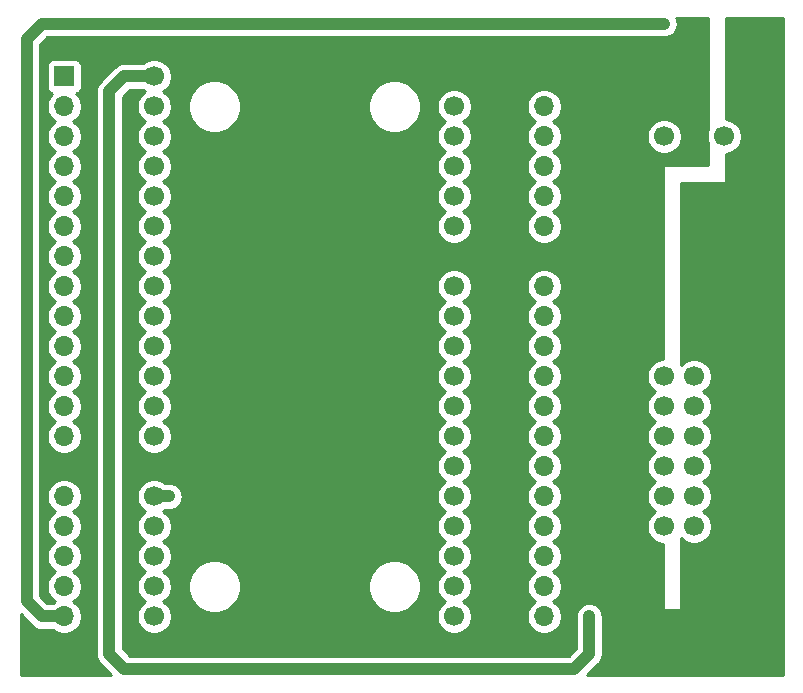
<source format=gbr>
%TF.GenerationSoftware,KiCad,Pcbnew,5.1.10-88a1d61d58~90~ubuntu20.04.1*%
%TF.CreationDate,2021-09-15T12:25:38+00:00*%
%TF.ProjectId,WifiServoBridge,57696669-5365-4727-966f-427269646765,rev?*%
%TF.SameCoordinates,Original*%
%TF.FileFunction,Copper,L2,Bot*%
%TF.FilePolarity,Positive*%
%FSLAX46Y46*%
G04 Gerber Fmt 4.6, Leading zero omitted, Abs format (unit mm)*
G04 Created by KiCad (PCBNEW 5.1.10-88a1d61d58~90~ubuntu20.04.1) date 2021-09-15 12:25:38*
%MOMM*%
%LPD*%
G01*
G04 APERTURE LIST*
%TA.AperFunction,ComponentPad*%
%ADD10O,1.700000X1.700000*%
%TD*%
%TA.AperFunction,ComponentPad*%
%ADD11R,1.700000X1.700000*%
%TD*%
%TA.AperFunction,ComponentPad*%
%ADD12C,1.700000*%
%TD*%
%TA.AperFunction,ViaPad*%
%ADD13C,0.800000*%
%TD*%
%TA.AperFunction,Conductor*%
%ADD14C,1.000000*%
%TD*%
%TA.AperFunction,Conductor*%
%ADD15C,0.254000*%
%TD*%
%TA.AperFunction,Conductor*%
%ADD16C,0.100000*%
%TD*%
G04 APERTURE END LIST*
D10*
%TO.P,J4,19*%
%TO.N,DEBUG_LED*%
X392430000Y83820000D03*
%TO.P,J4,18*%
%TO.N,MCU_GPIO7*%
X392430000Y86360000D03*
%TO.P,J4,17*%
%TO.N,MCU_GPIO8*%
X392430000Y88900000D03*
%TO.P,J4,16*%
%TO.N,MCU_GPIO15*%
X392430000Y91440000D03*
%TO.P,J4,15*%
%TO.N,MCU_GPIO2*%
X392430000Y93980000D03*
%TO.P,J4,14*%
%TO.N,MCU_GPIO0*%
X392430000Y96520000D03*
%TO.P,J4,13*%
%TO.N,MCU_GPIO4*%
X392430000Y99060000D03*
%TO.P,J4,12*%
%TO.N,MCU_GPIO16*%
X392430000Y101600000D03*
%TO.P,J4,11*%
%TO.N,MCU_GPIO17*%
X392430000Y104140000D03*
%TO.P,J4,10*%
%TO.N,MCU_GPIO5*%
X392430000Y106680000D03*
%TO.P,J4,9*%
%TO.N,MCU_GPIO18*%
X392430000Y109220000D03*
%TO.P,J4,8*%
%TO.N,MCU_GPIO19*%
X392430000Y111760000D03*
%TO.P,J4,7*%
%TO.N,MCU_GND*%
X392430000Y114300000D03*
%TO.P,J4,6*%
%TO.N,MCU_GPIO21*%
X392430000Y116840000D03*
%TO.P,J4,5*%
%TO.N,MCU_GPIO3*%
X392430000Y119380000D03*
%TO.P,J4,4*%
%TO.N,MCU_GPIO1*%
X392430000Y121920000D03*
%TO.P,J4,3*%
%TO.N,MCU_GPIO22*%
X392430000Y124460000D03*
%TO.P,J4,2*%
%TO.N,MCU_GPIO23*%
X392430000Y127000000D03*
D11*
%TO.P,J4,1*%
%TO.N,MCU_GND*%
X392430000Y129540000D03*
%TD*%
D10*
%TO.P,J3,19*%
%TO.N,MCU_+5V*%
X351790000Y83820000D03*
%TO.P,J3,18*%
%TO.N,MCU_CMD*%
X351790000Y86360000D03*
%TO.P,J3,17*%
%TO.N,MCU_GPIO10*%
X351790000Y88900000D03*
%TO.P,J3,16*%
%TO.N,MCU_GPIO9*%
X351790000Y91440000D03*
%TO.P,J3,15*%
%TO.N,MCU_GPIO13*%
X351790000Y93980000D03*
%TO.P,J3,14*%
%TO.N,MCU_GND*%
X351790000Y96520000D03*
%TO.P,J3,13*%
%TO.N,MCU_GPIO12*%
X351790000Y99060000D03*
%TO.P,J3,12*%
%TO.N,MCU_GPIO14*%
X351790000Y101600000D03*
%TO.P,J3,11*%
%TO.N,MCU_GPIO27*%
X351790000Y104140000D03*
%TO.P,J3,10*%
%TO.N,MCU_GPIO26*%
X351790000Y106680000D03*
%TO.P,J3,9*%
%TO.N,MCU_GPIO25*%
X351790000Y109220000D03*
%TO.P,J3,8*%
%TO.N,MCU_GPIO33*%
X351790000Y111760000D03*
%TO.P,J3,7*%
%TO.N,MCU_GPIO32*%
X351790000Y114300000D03*
%TO.P,J3,6*%
%TO.N,MCU_GPIO35*%
X351790000Y116840000D03*
%TO.P,J3,5*%
%TO.N,MCU_GPIO34*%
X351790000Y119380000D03*
%TO.P,J3,4*%
%TO.N,MCU_SN*%
X351790000Y121920000D03*
%TO.P,J3,3*%
%TO.N,MCU_SP*%
X351790000Y124460000D03*
%TO.P,J3,2*%
%TO.N,MCU_EN*%
X351790000Y127000000D03*
D11*
%TO.P,J3,1*%
%TO.N,MCU_+3V3*%
X351790000Y129540000D03*
%TD*%
%TO.P,J1,2*%
%TO.N,MCU_GND*%
X410210000Y124460000D03*
D12*
%TO.P,J1,1*%
%TO.N,SERVO_VCC*%
X407670000Y124460000D03*
%TD*%
%TO.P,J2,1*%
%TO.N,MCU_+5V*%
X402590000Y124460000D03*
D11*
%TO.P,J2,2*%
%TO.N,MCU_GND*%
X405130000Y124460000D03*
%TD*%
D12*
%TO.P,J5,1*%
%TO.N,MCU_GPIO5*%
X402590000Y104140000D03*
%TO.P,J5,2*%
%TO.N,SERVO_VCC*%
X405130000Y104140000D03*
D11*
%TO.P,J5,3*%
%TO.N,MCU_GND*%
X407670000Y104140000D03*
%TD*%
%TO.P,J6,3*%
%TO.N,MCU_GND*%
X407670000Y101600000D03*
D12*
%TO.P,J6,2*%
%TO.N,SERVO_VCC*%
X405130000Y101600000D03*
%TO.P,J6,1*%
%TO.N,MCU_GPIO17*%
X402590000Y101600000D03*
%TD*%
%TO.P,J7,1*%
%TO.N,MCU_GPIO16*%
X402590000Y99060000D03*
%TO.P,J7,2*%
%TO.N,SERVO_VCC*%
X405130000Y99060000D03*
D11*
%TO.P,J7,3*%
%TO.N,MCU_GND*%
X407670000Y99060000D03*
%TD*%
%TO.P,J8,3*%
%TO.N,MCU_GND*%
X407670000Y96520000D03*
D12*
%TO.P,J8,2*%
%TO.N,SERVO_VCC*%
X405130000Y96520000D03*
%TO.P,J8,1*%
%TO.N,MCU_GPIO4*%
X402590000Y96520000D03*
%TD*%
%TO.P,J9,1*%
%TO.N,MCU_GPIO2*%
X402590000Y93980000D03*
%TO.P,J9,2*%
%TO.N,SERVO_VCC*%
X405130000Y93980000D03*
D11*
%TO.P,J9,3*%
%TO.N,MCU_GND*%
X407670000Y93980000D03*
%TD*%
%TO.P,J10,3*%
%TO.N,MCU_GND*%
X407670000Y91440000D03*
D12*
%TO.P,J10,2*%
%TO.N,SERVO_VCC*%
X405130000Y91440000D03*
%TO.P,J10,1*%
%TO.N,MCU_GPIO15*%
X402590000Y91440000D03*
%TD*%
%TO.P,U1,2*%
%TO.N,MCU_+3V3*%
X359410000Y129540000D03*
%TO.P,U1,4*%
%TO.N,MCU_EN*%
X359410000Y127000000D03*
%TO.P,U1,5*%
%TO.N,MCU_SP*%
X359410000Y124460000D03*
%TO.P,U1,6*%
%TO.N,MCU_SN*%
X359410000Y121920000D03*
%TO.P,U1,35*%
%TO.N,MCU_GPIO34*%
X359410000Y119380000D03*
%TO.P,U1,36*%
%TO.N,MCU_GPIO35*%
X359410000Y116840000D03*
%TO.P,U1,33*%
%TO.N,MCU_GPIO32*%
X359410000Y114300000D03*
%TO.P,U1,34*%
%TO.N,MCU_GPIO33*%
X359410000Y111760000D03*
%TO.P,U1,30*%
%TO.N,MCU_GPIO25*%
X359410000Y109220000D03*
%TO.P,U1,31*%
%TO.N,MCU_GPIO26*%
X359410000Y106680000D03*
%TO.P,U1,32*%
%TO.N,MCU_GPIO27*%
X359410000Y104140000D03*
%TO.P,U1,21*%
%TO.N,MCU_GPIO14*%
X359410000Y101600000D03*
%TO.P,U1,19*%
%TO.N,MCU_GPIO12*%
X359410000Y99060000D03*
D11*
%TO.P,U1,1*%
%TO.N,MCU_GND*%
X359410000Y96520000D03*
D12*
%TO.P,U1,20*%
%TO.N,MCU_GPIO13*%
X359410000Y93980000D03*
%TO.P,U1,17*%
%TO.N,MCU_GPIO9*%
X359410000Y91440000D03*
%TO.P,U1,18*%
%TO.N,MCU_GPIO10*%
X359410000Y88900000D03*
%TO.P,U1,7*%
%TO.N,MCU_CMD*%
X359410000Y86360000D03*
%TO.P,U1,3*%
%TO.N,MCU_+5V*%
X359410000Y83820000D03*
D11*
%TO.P,U1,1*%
%TO.N,MCU_GND*%
X384810000Y129540000D03*
D12*
%TO.P,U1,29*%
%TO.N,MCU_GPIO23*%
X384810000Y127000000D03*
%TO.P,U1,28*%
%TO.N,MCU_GPIO22*%
X384810000Y124460000D03*
%TO.P,U1,9*%
%TO.N,MCU_GPIO1*%
X384810000Y121920000D03*
%TO.P,U1,11*%
%TO.N,MCU_GPIO3*%
X384810000Y119380000D03*
%TO.P,U1,27*%
%TO.N,MCU_GPIO21*%
X384810000Y116840000D03*
D11*
%TO.P,U1,1*%
%TO.N,MCU_GND*%
X384810000Y114300000D03*
D12*
%TO.P,U1,26*%
%TO.N,MCU_GPIO19*%
X384810000Y111760000D03*
%TO.P,U1,25*%
%TO.N,MCU_GPIO18*%
X384810000Y109220000D03*
%TO.P,U1,13*%
%TO.N,MCU_GPIO5*%
X384810000Y106680000D03*
%TO.P,U1,24*%
%TO.N,MCU_GPIO17*%
X384810000Y104140000D03*
%TO.P,U1,23*%
%TO.N,MCU_GPIO16*%
X384810000Y101600000D03*
%TO.P,U1,12*%
%TO.N,MCU_GPIO4*%
X384810000Y99060000D03*
%TO.P,U1,8*%
%TO.N,MCU_GPIO0*%
X384810000Y96520000D03*
%TO.P,U1,10*%
%TO.N,MCU_GPIO2*%
X384810000Y93980000D03*
%TO.P,U1,22*%
%TO.N,MCU_GPIO15*%
X384810000Y91440000D03*
%TO.P,U1,16*%
%TO.N,MCU_GPIO8*%
X384810000Y88900000D03*
%TO.P,U1,15*%
%TO.N,MCU_GPIO7*%
X384810000Y86360000D03*
%TO.P,U1,14*%
%TO.N,DEBUG_LED*%
X384810000Y83820000D03*
%TD*%
D13*
%TO.N,MCU_GND*%
X406400000Y86360000D03*
X406400000Y83820000D03*
X406400000Y81280000D03*
%TO.N,MCU_+5V*%
X402590000Y133985000D03*
%TO.N,MCU_+3V3*%
X396240000Y83820000D03*
%TD*%
D14*
%TO.N,MCU_+5V*%
X402590000Y133985000D02*
X349885000Y133985000D01*
X349885000Y133985000D02*
X348615000Y132715000D01*
X348615000Y132715000D02*
X348615000Y85090000D01*
X348615000Y85090000D02*
X349885000Y83820000D01*
X349885000Y83820000D02*
X351790000Y83820000D01*
%TO.N,MCU_+3V3*%
X396240000Y80645000D02*
X396240000Y81280000D01*
X356870000Y79375000D02*
X394970000Y79375000D01*
X396240000Y81280000D02*
X396240000Y83820000D01*
X394970000Y79375000D02*
X396240000Y80645000D01*
X359410000Y129540000D02*
X356870000Y129540000D01*
X356870000Y129540000D02*
X355600000Y128270000D01*
X355600000Y80645000D02*
X356870000Y79375000D01*
X355600000Y128270000D02*
X355600000Y80645000D01*
%TO.N,MCU_GPIO13*%
X359410000Y93980000D02*
X360680000Y93980000D01*
%TD*%
D15*
%TO.N,MCU_GND*%
X406273000Y124967835D02*
X406242068Y124893158D01*
X406185000Y124606260D01*
X406185000Y124313740D01*
X406242068Y124026842D01*
X406273000Y123952165D01*
X406273000Y122047000D01*
X402590000Y122047000D01*
X402565224Y122044560D01*
X402541399Y122037333D01*
X402519443Y122025597D01*
X402500197Y122009803D01*
X402484403Y121990557D01*
X402472667Y121968601D01*
X402465440Y121944776D01*
X402463000Y121920000D01*
X402463000Y105625000D01*
X402443740Y105625000D01*
X402156842Y105567932D01*
X401886589Y105455990D01*
X401643368Y105293475D01*
X401436525Y105086632D01*
X401274010Y104843411D01*
X401162068Y104573158D01*
X401105000Y104286260D01*
X401105000Y103993740D01*
X401162068Y103706842D01*
X401274010Y103436589D01*
X401436525Y103193368D01*
X401643368Y102986525D01*
X401817760Y102870000D01*
X401643368Y102753475D01*
X401436525Y102546632D01*
X401274010Y102303411D01*
X401162068Y102033158D01*
X401105000Y101746260D01*
X401105000Y101453740D01*
X401162068Y101166842D01*
X401274010Y100896589D01*
X401436525Y100653368D01*
X401643368Y100446525D01*
X401817760Y100330000D01*
X401643368Y100213475D01*
X401436525Y100006632D01*
X401274010Y99763411D01*
X401162068Y99493158D01*
X401105000Y99206260D01*
X401105000Y98913740D01*
X401162068Y98626842D01*
X401274010Y98356589D01*
X401436525Y98113368D01*
X401643368Y97906525D01*
X401817760Y97790000D01*
X401643368Y97673475D01*
X401436525Y97466632D01*
X401274010Y97223411D01*
X401162068Y96953158D01*
X401105000Y96666260D01*
X401105000Y96373740D01*
X401162068Y96086842D01*
X401274010Y95816589D01*
X401436525Y95573368D01*
X401643368Y95366525D01*
X401817760Y95250000D01*
X401643368Y95133475D01*
X401436525Y94926632D01*
X401274010Y94683411D01*
X401162068Y94413158D01*
X401105000Y94126260D01*
X401105000Y93833740D01*
X401162068Y93546842D01*
X401274010Y93276589D01*
X401436525Y93033368D01*
X401643368Y92826525D01*
X401817760Y92710000D01*
X401643368Y92593475D01*
X401436525Y92386632D01*
X401274010Y92143411D01*
X401162068Y91873158D01*
X401105000Y91586260D01*
X401105000Y91293740D01*
X401162068Y91006842D01*
X401274010Y90736589D01*
X401436525Y90493368D01*
X401643368Y90286525D01*
X401886589Y90124010D01*
X402156842Y90012068D01*
X402443740Y89955000D01*
X402463000Y89955000D01*
X402463000Y84455000D01*
X402465440Y84430224D01*
X402472667Y84406399D01*
X402484403Y84384443D01*
X402500197Y84365197D01*
X402519443Y84349403D01*
X402541399Y84337667D01*
X402565224Y84330440D01*
X402590000Y84328000D01*
X412623000Y84328000D01*
X412623000Y78867000D01*
X396067131Y78867000D01*
X397003140Y79803008D01*
X397046449Y79838551D01*
X397188284Y80011377D01*
X397293676Y80208553D01*
X397358577Y80422501D01*
X397375000Y80589248D01*
X397375000Y80589255D01*
X397380490Y80644999D01*
X397375000Y80700743D01*
X397375000Y83875752D01*
X397358577Y84042499D01*
X397293676Y84256447D01*
X397188284Y84453623D01*
X397046449Y84626449D01*
X396873623Y84768284D01*
X396676447Y84873676D01*
X396462499Y84938577D01*
X396240000Y84960491D01*
X396017502Y84938577D01*
X395803554Y84873676D01*
X395606378Y84768284D01*
X395433552Y84626449D01*
X395291717Y84453623D01*
X395186325Y84256447D01*
X395121424Y84042499D01*
X395105001Y83875752D01*
X395105000Y81335752D01*
X395105000Y81115132D01*
X394499869Y80510000D01*
X357340132Y80510000D01*
X356735000Y81115131D01*
X356735000Y94126260D01*
X357925000Y94126260D01*
X357925000Y93833740D01*
X357982068Y93546842D01*
X358094010Y93276589D01*
X358256525Y93033368D01*
X358463368Y92826525D01*
X358637760Y92710000D01*
X358463368Y92593475D01*
X358256525Y92386632D01*
X358094010Y92143411D01*
X357982068Y91873158D01*
X357925000Y91586260D01*
X357925000Y91293740D01*
X357982068Y91006842D01*
X358094010Y90736589D01*
X358256525Y90493368D01*
X358463368Y90286525D01*
X358637760Y90170000D01*
X358463368Y90053475D01*
X358256525Y89846632D01*
X358094010Y89603411D01*
X357982068Y89333158D01*
X357925000Y89046260D01*
X357925000Y88753740D01*
X357982068Y88466842D01*
X358094010Y88196589D01*
X358256525Y87953368D01*
X358463368Y87746525D01*
X358637760Y87630000D01*
X358463368Y87513475D01*
X358256525Y87306632D01*
X358094010Y87063411D01*
X357982068Y86793158D01*
X357925000Y86506260D01*
X357925000Y86213740D01*
X357982068Y85926842D01*
X358094010Y85656589D01*
X358256525Y85413368D01*
X358463368Y85206525D01*
X358637760Y85090000D01*
X358463368Y84973475D01*
X358256525Y84766632D01*
X358094010Y84523411D01*
X357982068Y84253158D01*
X357925000Y83966260D01*
X357925000Y83673740D01*
X357982068Y83386842D01*
X358094010Y83116589D01*
X358256525Y82873368D01*
X358463368Y82666525D01*
X358706589Y82504010D01*
X358976842Y82392068D01*
X359263740Y82335000D01*
X359556260Y82335000D01*
X359843158Y82392068D01*
X360113411Y82504010D01*
X360356632Y82666525D01*
X360563475Y82873368D01*
X360725990Y83116589D01*
X360837932Y83386842D01*
X360895000Y83673740D01*
X360895000Y83966260D01*
X360837932Y84253158D01*
X360725990Y84523411D01*
X360563475Y84766632D01*
X360356632Y84973475D01*
X360182240Y85090000D01*
X360356632Y85206525D01*
X360563475Y85413368D01*
X360725990Y85656589D01*
X360837932Y85926842D01*
X360895000Y86213740D01*
X360895000Y86506260D01*
X360880307Y86580128D01*
X362255000Y86580128D01*
X362255000Y86139872D01*
X362340890Y85708075D01*
X362509369Y85301331D01*
X362753962Y84935271D01*
X363065271Y84623962D01*
X363431331Y84379369D01*
X363838075Y84210890D01*
X364269872Y84125000D01*
X364710128Y84125000D01*
X365141925Y84210890D01*
X365548669Y84379369D01*
X365914729Y84623962D01*
X366226038Y84935271D01*
X366470631Y85301331D01*
X366639110Y85708075D01*
X366725000Y86139872D01*
X366725000Y86580128D01*
X377495000Y86580128D01*
X377495000Y86139872D01*
X377580890Y85708075D01*
X377749369Y85301331D01*
X377993962Y84935271D01*
X378305271Y84623962D01*
X378671331Y84379369D01*
X379078075Y84210890D01*
X379509872Y84125000D01*
X379950128Y84125000D01*
X380381925Y84210890D01*
X380788669Y84379369D01*
X381154729Y84623962D01*
X381466038Y84935271D01*
X381710631Y85301331D01*
X381879110Y85708075D01*
X381965000Y86139872D01*
X381965000Y86580128D01*
X381879110Y87011925D01*
X381710631Y87418669D01*
X381466038Y87784729D01*
X381154729Y88096038D01*
X380788669Y88340631D01*
X380381925Y88509110D01*
X379950128Y88595000D01*
X379509872Y88595000D01*
X379078075Y88509110D01*
X378671331Y88340631D01*
X378305271Y88096038D01*
X377993962Y87784729D01*
X377749369Y87418669D01*
X377580890Y87011925D01*
X377495000Y86580128D01*
X366725000Y86580128D01*
X366639110Y87011925D01*
X366470631Y87418669D01*
X366226038Y87784729D01*
X365914729Y88096038D01*
X365548669Y88340631D01*
X365141925Y88509110D01*
X364710128Y88595000D01*
X364269872Y88595000D01*
X363838075Y88509110D01*
X363431331Y88340631D01*
X363065271Y88096038D01*
X362753962Y87784729D01*
X362509369Y87418669D01*
X362340890Y87011925D01*
X362255000Y86580128D01*
X360880307Y86580128D01*
X360837932Y86793158D01*
X360725990Y87063411D01*
X360563475Y87306632D01*
X360356632Y87513475D01*
X360182240Y87630000D01*
X360356632Y87746525D01*
X360563475Y87953368D01*
X360725990Y88196589D01*
X360837932Y88466842D01*
X360895000Y88753740D01*
X360895000Y89046260D01*
X360837932Y89333158D01*
X360725990Y89603411D01*
X360563475Y89846632D01*
X360356632Y90053475D01*
X360182240Y90170000D01*
X360356632Y90286525D01*
X360563475Y90493368D01*
X360725990Y90736589D01*
X360837932Y91006842D01*
X360895000Y91293740D01*
X360895000Y91586260D01*
X360837932Y91873158D01*
X360725990Y92143411D01*
X360563475Y92386632D01*
X360356632Y92593475D01*
X360182240Y92710000D01*
X360356632Y92826525D01*
X360375107Y92845000D01*
X360735752Y92845000D01*
X360902499Y92861423D01*
X361116447Y92926324D01*
X361313623Y93031716D01*
X361486449Y93173551D01*
X361628284Y93346377D01*
X361733676Y93543553D01*
X361798577Y93757501D01*
X361820491Y93980000D01*
X361798577Y94202499D01*
X361733676Y94416447D01*
X361628284Y94613623D01*
X361486449Y94786449D01*
X361313623Y94928284D01*
X361116447Y95033676D01*
X360902499Y95098577D01*
X360735752Y95115000D01*
X360375107Y95115000D01*
X360356632Y95133475D01*
X360113411Y95295990D01*
X359843158Y95407932D01*
X359556260Y95465000D01*
X359263740Y95465000D01*
X358976842Y95407932D01*
X358706589Y95295990D01*
X358463368Y95133475D01*
X358256525Y94926632D01*
X358094010Y94683411D01*
X357982068Y94413158D01*
X357925000Y94126260D01*
X356735000Y94126260D01*
X356735000Y127799869D01*
X357340132Y128405000D01*
X358444893Y128405000D01*
X358463368Y128386525D01*
X358637760Y128270000D01*
X358463368Y128153475D01*
X358256525Y127946632D01*
X358094010Y127703411D01*
X357982068Y127433158D01*
X357925000Y127146260D01*
X357925000Y126853740D01*
X357982068Y126566842D01*
X358094010Y126296589D01*
X358256525Y126053368D01*
X358463368Y125846525D01*
X358637760Y125730000D01*
X358463368Y125613475D01*
X358256525Y125406632D01*
X358094010Y125163411D01*
X357982068Y124893158D01*
X357925000Y124606260D01*
X357925000Y124313740D01*
X357982068Y124026842D01*
X358094010Y123756589D01*
X358256525Y123513368D01*
X358463368Y123306525D01*
X358637760Y123190000D01*
X358463368Y123073475D01*
X358256525Y122866632D01*
X358094010Y122623411D01*
X357982068Y122353158D01*
X357925000Y122066260D01*
X357925000Y121773740D01*
X357982068Y121486842D01*
X358094010Y121216589D01*
X358256525Y120973368D01*
X358463368Y120766525D01*
X358637760Y120650000D01*
X358463368Y120533475D01*
X358256525Y120326632D01*
X358094010Y120083411D01*
X357982068Y119813158D01*
X357925000Y119526260D01*
X357925000Y119233740D01*
X357982068Y118946842D01*
X358094010Y118676589D01*
X358256525Y118433368D01*
X358463368Y118226525D01*
X358637760Y118110000D01*
X358463368Y117993475D01*
X358256525Y117786632D01*
X358094010Y117543411D01*
X357982068Y117273158D01*
X357925000Y116986260D01*
X357925000Y116693740D01*
X357982068Y116406842D01*
X358094010Y116136589D01*
X358256525Y115893368D01*
X358463368Y115686525D01*
X358637760Y115570000D01*
X358463368Y115453475D01*
X358256525Y115246632D01*
X358094010Y115003411D01*
X357982068Y114733158D01*
X357925000Y114446260D01*
X357925000Y114153740D01*
X357982068Y113866842D01*
X358094010Y113596589D01*
X358256525Y113353368D01*
X358463368Y113146525D01*
X358637760Y113030000D01*
X358463368Y112913475D01*
X358256525Y112706632D01*
X358094010Y112463411D01*
X357982068Y112193158D01*
X357925000Y111906260D01*
X357925000Y111613740D01*
X357982068Y111326842D01*
X358094010Y111056589D01*
X358256525Y110813368D01*
X358463368Y110606525D01*
X358637760Y110490000D01*
X358463368Y110373475D01*
X358256525Y110166632D01*
X358094010Y109923411D01*
X357982068Y109653158D01*
X357925000Y109366260D01*
X357925000Y109073740D01*
X357982068Y108786842D01*
X358094010Y108516589D01*
X358256525Y108273368D01*
X358463368Y108066525D01*
X358637760Y107950000D01*
X358463368Y107833475D01*
X358256525Y107626632D01*
X358094010Y107383411D01*
X357982068Y107113158D01*
X357925000Y106826260D01*
X357925000Y106533740D01*
X357982068Y106246842D01*
X358094010Y105976589D01*
X358256525Y105733368D01*
X358463368Y105526525D01*
X358637760Y105410000D01*
X358463368Y105293475D01*
X358256525Y105086632D01*
X358094010Y104843411D01*
X357982068Y104573158D01*
X357925000Y104286260D01*
X357925000Y103993740D01*
X357982068Y103706842D01*
X358094010Y103436589D01*
X358256525Y103193368D01*
X358463368Y102986525D01*
X358637760Y102870000D01*
X358463368Y102753475D01*
X358256525Y102546632D01*
X358094010Y102303411D01*
X357982068Y102033158D01*
X357925000Y101746260D01*
X357925000Y101453740D01*
X357982068Y101166842D01*
X358094010Y100896589D01*
X358256525Y100653368D01*
X358463368Y100446525D01*
X358637760Y100330000D01*
X358463368Y100213475D01*
X358256525Y100006632D01*
X358094010Y99763411D01*
X357982068Y99493158D01*
X357925000Y99206260D01*
X357925000Y98913740D01*
X357982068Y98626842D01*
X358094010Y98356589D01*
X358256525Y98113368D01*
X358463368Y97906525D01*
X358706589Y97744010D01*
X358976842Y97632068D01*
X359263740Y97575000D01*
X359556260Y97575000D01*
X359843158Y97632068D01*
X360113411Y97744010D01*
X360356632Y97906525D01*
X360563475Y98113368D01*
X360725990Y98356589D01*
X360837932Y98626842D01*
X360895000Y98913740D01*
X360895000Y99206260D01*
X360837932Y99493158D01*
X360725990Y99763411D01*
X360563475Y100006632D01*
X360356632Y100213475D01*
X360182240Y100330000D01*
X360356632Y100446525D01*
X360563475Y100653368D01*
X360725990Y100896589D01*
X360837932Y101166842D01*
X360895000Y101453740D01*
X360895000Y101746260D01*
X360837932Y102033158D01*
X360725990Y102303411D01*
X360563475Y102546632D01*
X360356632Y102753475D01*
X360182240Y102870000D01*
X360356632Y102986525D01*
X360563475Y103193368D01*
X360725990Y103436589D01*
X360837932Y103706842D01*
X360895000Y103993740D01*
X360895000Y104286260D01*
X360837932Y104573158D01*
X360725990Y104843411D01*
X360563475Y105086632D01*
X360356632Y105293475D01*
X360182240Y105410000D01*
X360356632Y105526525D01*
X360563475Y105733368D01*
X360725990Y105976589D01*
X360837932Y106246842D01*
X360895000Y106533740D01*
X360895000Y106826260D01*
X360837932Y107113158D01*
X360725990Y107383411D01*
X360563475Y107626632D01*
X360356632Y107833475D01*
X360182240Y107950000D01*
X360356632Y108066525D01*
X360563475Y108273368D01*
X360725990Y108516589D01*
X360837932Y108786842D01*
X360895000Y109073740D01*
X360895000Y109366260D01*
X360837932Y109653158D01*
X360725990Y109923411D01*
X360563475Y110166632D01*
X360356632Y110373475D01*
X360182240Y110490000D01*
X360356632Y110606525D01*
X360563475Y110813368D01*
X360725990Y111056589D01*
X360837932Y111326842D01*
X360895000Y111613740D01*
X360895000Y111906260D01*
X383325000Y111906260D01*
X383325000Y111613740D01*
X383382068Y111326842D01*
X383494010Y111056589D01*
X383656525Y110813368D01*
X383863368Y110606525D01*
X384037760Y110490000D01*
X383863368Y110373475D01*
X383656525Y110166632D01*
X383494010Y109923411D01*
X383382068Y109653158D01*
X383325000Y109366260D01*
X383325000Y109073740D01*
X383382068Y108786842D01*
X383494010Y108516589D01*
X383656525Y108273368D01*
X383863368Y108066525D01*
X384037760Y107950000D01*
X383863368Y107833475D01*
X383656525Y107626632D01*
X383494010Y107383411D01*
X383382068Y107113158D01*
X383325000Y106826260D01*
X383325000Y106533740D01*
X383382068Y106246842D01*
X383494010Y105976589D01*
X383656525Y105733368D01*
X383863368Y105526525D01*
X384037760Y105410000D01*
X383863368Y105293475D01*
X383656525Y105086632D01*
X383494010Y104843411D01*
X383382068Y104573158D01*
X383325000Y104286260D01*
X383325000Y103993740D01*
X383382068Y103706842D01*
X383494010Y103436589D01*
X383656525Y103193368D01*
X383863368Y102986525D01*
X384037760Y102870000D01*
X383863368Y102753475D01*
X383656525Y102546632D01*
X383494010Y102303411D01*
X383382068Y102033158D01*
X383325000Y101746260D01*
X383325000Y101453740D01*
X383382068Y101166842D01*
X383494010Y100896589D01*
X383656525Y100653368D01*
X383863368Y100446525D01*
X384037760Y100330000D01*
X383863368Y100213475D01*
X383656525Y100006632D01*
X383494010Y99763411D01*
X383382068Y99493158D01*
X383325000Y99206260D01*
X383325000Y98913740D01*
X383382068Y98626842D01*
X383494010Y98356589D01*
X383656525Y98113368D01*
X383863368Y97906525D01*
X384037760Y97790000D01*
X383863368Y97673475D01*
X383656525Y97466632D01*
X383494010Y97223411D01*
X383382068Y96953158D01*
X383325000Y96666260D01*
X383325000Y96373740D01*
X383382068Y96086842D01*
X383494010Y95816589D01*
X383656525Y95573368D01*
X383863368Y95366525D01*
X384037760Y95250000D01*
X383863368Y95133475D01*
X383656525Y94926632D01*
X383494010Y94683411D01*
X383382068Y94413158D01*
X383325000Y94126260D01*
X383325000Y93833740D01*
X383382068Y93546842D01*
X383494010Y93276589D01*
X383656525Y93033368D01*
X383863368Y92826525D01*
X384037760Y92710000D01*
X383863368Y92593475D01*
X383656525Y92386632D01*
X383494010Y92143411D01*
X383382068Y91873158D01*
X383325000Y91586260D01*
X383325000Y91293740D01*
X383382068Y91006842D01*
X383494010Y90736589D01*
X383656525Y90493368D01*
X383863368Y90286525D01*
X384037760Y90170000D01*
X383863368Y90053475D01*
X383656525Y89846632D01*
X383494010Y89603411D01*
X383382068Y89333158D01*
X383325000Y89046260D01*
X383325000Y88753740D01*
X383382068Y88466842D01*
X383494010Y88196589D01*
X383656525Y87953368D01*
X383863368Y87746525D01*
X384037760Y87630000D01*
X383863368Y87513475D01*
X383656525Y87306632D01*
X383494010Y87063411D01*
X383382068Y86793158D01*
X383325000Y86506260D01*
X383325000Y86213740D01*
X383382068Y85926842D01*
X383494010Y85656589D01*
X383656525Y85413368D01*
X383863368Y85206525D01*
X384037760Y85090000D01*
X383863368Y84973475D01*
X383656525Y84766632D01*
X383494010Y84523411D01*
X383382068Y84253158D01*
X383325000Y83966260D01*
X383325000Y83673740D01*
X383382068Y83386842D01*
X383494010Y83116589D01*
X383656525Y82873368D01*
X383863368Y82666525D01*
X384106589Y82504010D01*
X384376842Y82392068D01*
X384663740Y82335000D01*
X384956260Y82335000D01*
X385243158Y82392068D01*
X385513411Y82504010D01*
X385756632Y82666525D01*
X385963475Y82873368D01*
X386125990Y83116589D01*
X386237932Y83386842D01*
X386295000Y83673740D01*
X386295000Y83966260D01*
X386237932Y84253158D01*
X386125990Y84523411D01*
X385963475Y84766632D01*
X385756632Y84973475D01*
X385582240Y85090000D01*
X385756632Y85206525D01*
X385963475Y85413368D01*
X386125990Y85656589D01*
X386237932Y85926842D01*
X386295000Y86213740D01*
X386295000Y86506260D01*
X386237932Y86793158D01*
X386125990Y87063411D01*
X385963475Y87306632D01*
X385756632Y87513475D01*
X385582240Y87630000D01*
X385756632Y87746525D01*
X385963475Y87953368D01*
X386125990Y88196589D01*
X386237932Y88466842D01*
X386295000Y88753740D01*
X386295000Y89046260D01*
X386237932Y89333158D01*
X386125990Y89603411D01*
X385963475Y89846632D01*
X385756632Y90053475D01*
X385582240Y90170000D01*
X385756632Y90286525D01*
X385963475Y90493368D01*
X386125990Y90736589D01*
X386237932Y91006842D01*
X386295000Y91293740D01*
X386295000Y91586260D01*
X386237932Y91873158D01*
X386125990Y92143411D01*
X385963475Y92386632D01*
X385756632Y92593475D01*
X385582240Y92710000D01*
X385756632Y92826525D01*
X385963475Y93033368D01*
X386125990Y93276589D01*
X386237932Y93546842D01*
X386295000Y93833740D01*
X386295000Y94126260D01*
X386237932Y94413158D01*
X386125990Y94683411D01*
X385963475Y94926632D01*
X385756632Y95133475D01*
X385582240Y95250000D01*
X385756632Y95366525D01*
X385963475Y95573368D01*
X386125990Y95816589D01*
X386237932Y96086842D01*
X386295000Y96373740D01*
X386295000Y96666260D01*
X386237932Y96953158D01*
X386125990Y97223411D01*
X385963475Y97466632D01*
X385756632Y97673475D01*
X385582240Y97790000D01*
X385756632Y97906525D01*
X385963475Y98113368D01*
X386125990Y98356589D01*
X386237932Y98626842D01*
X386295000Y98913740D01*
X386295000Y99206260D01*
X386237932Y99493158D01*
X386125990Y99763411D01*
X385963475Y100006632D01*
X385756632Y100213475D01*
X385582240Y100330000D01*
X385756632Y100446525D01*
X385963475Y100653368D01*
X386125990Y100896589D01*
X386237932Y101166842D01*
X386295000Y101453740D01*
X386295000Y101746260D01*
X386237932Y102033158D01*
X386125990Y102303411D01*
X385963475Y102546632D01*
X385756632Y102753475D01*
X385582240Y102870000D01*
X385756632Y102986525D01*
X385963475Y103193368D01*
X386125990Y103436589D01*
X386237932Y103706842D01*
X386295000Y103993740D01*
X386295000Y104286260D01*
X386237932Y104573158D01*
X386125990Y104843411D01*
X385963475Y105086632D01*
X385756632Y105293475D01*
X385582240Y105410000D01*
X385756632Y105526525D01*
X385963475Y105733368D01*
X386125990Y105976589D01*
X386237932Y106246842D01*
X386295000Y106533740D01*
X386295000Y106826260D01*
X386237932Y107113158D01*
X386125990Y107383411D01*
X385963475Y107626632D01*
X385756632Y107833475D01*
X385582240Y107950000D01*
X385756632Y108066525D01*
X385963475Y108273368D01*
X386125990Y108516589D01*
X386237932Y108786842D01*
X386295000Y109073740D01*
X386295000Y109366260D01*
X386237932Y109653158D01*
X386125990Y109923411D01*
X385963475Y110166632D01*
X385756632Y110373475D01*
X385582240Y110490000D01*
X385756632Y110606525D01*
X385963475Y110813368D01*
X386125990Y111056589D01*
X386237932Y111326842D01*
X386295000Y111613740D01*
X386295000Y111906260D01*
X390945000Y111906260D01*
X390945000Y111613740D01*
X391002068Y111326842D01*
X391114010Y111056589D01*
X391276525Y110813368D01*
X391483368Y110606525D01*
X391657760Y110490000D01*
X391483368Y110373475D01*
X391276525Y110166632D01*
X391114010Y109923411D01*
X391002068Y109653158D01*
X390945000Y109366260D01*
X390945000Y109073740D01*
X391002068Y108786842D01*
X391114010Y108516589D01*
X391276525Y108273368D01*
X391483368Y108066525D01*
X391657760Y107950000D01*
X391483368Y107833475D01*
X391276525Y107626632D01*
X391114010Y107383411D01*
X391002068Y107113158D01*
X390945000Y106826260D01*
X390945000Y106533740D01*
X391002068Y106246842D01*
X391114010Y105976589D01*
X391276525Y105733368D01*
X391483368Y105526525D01*
X391657760Y105410000D01*
X391483368Y105293475D01*
X391276525Y105086632D01*
X391114010Y104843411D01*
X391002068Y104573158D01*
X390945000Y104286260D01*
X390945000Y103993740D01*
X391002068Y103706842D01*
X391114010Y103436589D01*
X391276525Y103193368D01*
X391483368Y102986525D01*
X391657760Y102870000D01*
X391483368Y102753475D01*
X391276525Y102546632D01*
X391114010Y102303411D01*
X391002068Y102033158D01*
X390945000Y101746260D01*
X390945000Y101453740D01*
X391002068Y101166842D01*
X391114010Y100896589D01*
X391276525Y100653368D01*
X391483368Y100446525D01*
X391657760Y100330000D01*
X391483368Y100213475D01*
X391276525Y100006632D01*
X391114010Y99763411D01*
X391002068Y99493158D01*
X390945000Y99206260D01*
X390945000Y98913740D01*
X391002068Y98626842D01*
X391114010Y98356589D01*
X391276525Y98113368D01*
X391483368Y97906525D01*
X391657760Y97790000D01*
X391483368Y97673475D01*
X391276525Y97466632D01*
X391114010Y97223411D01*
X391002068Y96953158D01*
X390945000Y96666260D01*
X390945000Y96373740D01*
X391002068Y96086842D01*
X391114010Y95816589D01*
X391276525Y95573368D01*
X391483368Y95366525D01*
X391657760Y95250000D01*
X391483368Y95133475D01*
X391276525Y94926632D01*
X391114010Y94683411D01*
X391002068Y94413158D01*
X390945000Y94126260D01*
X390945000Y93833740D01*
X391002068Y93546842D01*
X391114010Y93276589D01*
X391276525Y93033368D01*
X391483368Y92826525D01*
X391657760Y92710000D01*
X391483368Y92593475D01*
X391276525Y92386632D01*
X391114010Y92143411D01*
X391002068Y91873158D01*
X390945000Y91586260D01*
X390945000Y91293740D01*
X391002068Y91006842D01*
X391114010Y90736589D01*
X391276525Y90493368D01*
X391483368Y90286525D01*
X391657760Y90170000D01*
X391483368Y90053475D01*
X391276525Y89846632D01*
X391114010Y89603411D01*
X391002068Y89333158D01*
X390945000Y89046260D01*
X390945000Y88753740D01*
X391002068Y88466842D01*
X391114010Y88196589D01*
X391276525Y87953368D01*
X391483368Y87746525D01*
X391657760Y87630000D01*
X391483368Y87513475D01*
X391276525Y87306632D01*
X391114010Y87063411D01*
X391002068Y86793158D01*
X390945000Y86506260D01*
X390945000Y86213740D01*
X391002068Y85926842D01*
X391114010Y85656589D01*
X391276525Y85413368D01*
X391483368Y85206525D01*
X391657760Y85090000D01*
X391483368Y84973475D01*
X391276525Y84766632D01*
X391114010Y84523411D01*
X391002068Y84253158D01*
X390945000Y83966260D01*
X390945000Y83673740D01*
X391002068Y83386842D01*
X391114010Y83116589D01*
X391276525Y82873368D01*
X391483368Y82666525D01*
X391726589Y82504010D01*
X391996842Y82392068D01*
X392283740Y82335000D01*
X392576260Y82335000D01*
X392863158Y82392068D01*
X393133411Y82504010D01*
X393376632Y82666525D01*
X393583475Y82873368D01*
X393745990Y83116589D01*
X393857932Y83386842D01*
X393915000Y83673740D01*
X393915000Y83966260D01*
X393857932Y84253158D01*
X393745990Y84523411D01*
X393583475Y84766632D01*
X393376632Y84973475D01*
X393202240Y85090000D01*
X393376632Y85206525D01*
X393583475Y85413368D01*
X393745990Y85656589D01*
X393857932Y85926842D01*
X393915000Y86213740D01*
X393915000Y86506260D01*
X393857932Y86793158D01*
X393745990Y87063411D01*
X393583475Y87306632D01*
X393376632Y87513475D01*
X393202240Y87630000D01*
X393376632Y87746525D01*
X393583475Y87953368D01*
X393745990Y88196589D01*
X393857932Y88466842D01*
X393915000Y88753740D01*
X393915000Y89046260D01*
X393857932Y89333158D01*
X393745990Y89603411D01*
X393583475Y89846632D01*
X393376632Y90053475D01*
X393202240Y90170000D01*
X393376632Y90286525D01*
X393583475Y90493368D01*
X393745990Y90736589D01*
X393857932Y91006842D01*
X393915000Y91293740D01*
X393915000Y91586260D01*
X393857932Y91873158D01*
X393745990Y92143411D01*
X393583475Y92386632D01*
X393376632Y92593475D01*
X393202240Y92710000D01*
X393376632Y92826525D01*
X393583475Y93033368D01*
X393745990Y93276589D01*
X393857932Y93546842D01*
X393915000Y93833740D01*
X393915000Y94126260D01*
X393857932Y94413158D01*
X393745990Y94683411D01*
X393583475Y94926632D01*
X393376632Y95133475D01*
X393202240Y95250000D01*
X393376632Y95366525D01*
X393583475Y95573368D01*
X393745990Y95816589D01*
X393857932Y96086842D01*
X393915000Y96373740D01*
X393915000Y96666260D01*
X393857932Y96953158D01*
X393745990Y97223411D01*
X393583475Y97466632D01*
X393376632Y97673475D01*
X393202240Y97790000D01*
X393376632Y97906525D01*
X393583475Y98113368D01*
X393745990Y98356589D01*
X393857932Y98626842D01*
X393915000Y98913740D01*
X393915000Y99206260D01*
X393857932Y99493158D01*
X393745990Y99763411D01*
X393583475Y100006632D01*
X393376632Y100213475D01*
X393202240Y100330000D01*
X393376632Y100446525D01*
X393583475Y100653368D01*
X393745990Y100896589D01*
X393857932Y101166842D01*
X393915000Y101453740D01*
X393915000Y101746260D01*
X393857932Y102033158D01*
X393745990Y102303411D01*
X393583475Y102546632D01*
X393376632Y102753475D01*
X393202240Y102870000D01*
X393376632Y102986525D01*
X393583475Y103193368D01*
X393745990Y103436589D01*
X393857932Y103706842D01*
X393915000Y103993740D01*
X393915000Y104286260D01*
X393857932Y104573158D01*
X393745990Y104843411D01*
X393583475Y105086632D01*
X393376632Y105293475D01*
X393202240Y105410000D01*
X393376632Y105526525D01*
X393583475Y105733368D01*
X393745990Y105976589D01*
X393857932Y106246842D01*
X393915000Y106533740D01*
X393915000Y106826260D01*
X393857932Y107113158D01*
X393745990Y107383411D01*
X393583475Y107626632D01*
X393376632Y107833475D01*
X393202240Y107950000D01*
X393376632Y108066525D01*
X393583475Y108273368D01*
X393745990Y108516589D01*
X393857932Y108786842D01*
X393915000Y109073740D01*
X393915000Y109366260D01*
X393857932Y109653158D01*
X393745990Y109923411D01*
X393583475Y110166632D01*
X393376632Y110373475D01*
X393202240Y110490000D01*
X393376632Y110606525D01*
X393583475Y110813368D01*
X393745990Y111056589D01*
X393857932Y111326842D01*
X393915000Y111613740D01*
X393915000Y111906260D01*
X393857932Y112193158D01*
X393745990Y112463411D01*
X393583475Y112706632D01*
X393376632Y112913475D01*
X393133411Y113075990D01*
X392863158Y113187932D01*
X392576260Y113245000D01*
X392283740Y113245000D01*
X391996842Y113187932D01*
X391726589Y113075990D01*
X391483368Y112913475D01*
X391276525Y112706632D01*
X391114010Y112463411D01*
X391002068Y112193158D01*
X390945000Y111906260D01*
X386295000Y111906260D01*
X386237932Y112193158D01*
X386125990Y112463411D01*
X385963475Y112706632D01*
X385756632Y112913475D01*
X385513411Y113075990D01*
X385243158Y113187932D01*
X384956260Y113245000D01*
X384663740Y113245000D01*
X384376842Y113187932D01*
X384106589Y113075990D01*
X383863368Y112913475D01*
X383656525Y112706632D01*
X383494010Y112463411D01*
X383382068Y112193158D01*
X383325000Y111906260D01*
X360895000Y111906260D01*
X360837932Y112193158D01*
X360725990Y112463411D01*
X360563475Y112706632D01*
X360356632Y112913475D01*
X360182240Y113030000D01*
X360356632Y113146525D01*
X360563475Y113353368D01*
X360725990Y113596589D01*
X360837932Y113866842D01*
X360895000Y114153740D01*
X360895000Y114446260D01*
X360837932Y114733158D01*
X360725990Y115003411D01*
X360563475Y115246632D01*
X360356632Y115453475D01*
X360182240Y115570000D01*
X360356632Y115686525D01*
X360563475Y115893368D01*
X360725990Y116136589D01*
X360837932Y116406842D01*
X360895000Y116693740D01*
X360895000Y116986260D01*
X360837932Y117273158D01*
X360725990Y117543411D01*
X360563475Y117786632D01*
X360356632Y117993475D01*
X360182240Y118110000D01*
X360356632Y118226525D01*
X360563475Y118433368D01*
X360725990Y118676589D01*
X360837932Y118946842D01*
X360895000Y119233740D01*
X360895000Y119526260D01*
X360837932Y119813158D01*
X360725990Y120083411D01*
X360563475Y120326632D01*
X360356632Y120533475D01*
X360182240Y120650000D01*
X360356632Y120766525D01*
X360563475Y120973368D01*
X360725990Y121216589D01*
X360837932Y121486842D01*
X360895000Y121773740D01*
X360895000Y122066260D01*
X360837932Y122353158D01*
X360725990Y122623411D01*
X360563475Y122866632D01*
X360356632Y123073475D01*
X360182240Y123190000D01*
X360356632Y123306525D01*
X360563475Y123513368D01*
X360725990Y123756589D01*
X360837932Y124026842D01*
X360895000Y124313740D01*
X360895000Y124606260D01*
X360837932Y124893158D01*
X360725990Y125163411D01*
X360563475Y125406632D01*
X360356632Y125613475D01*
X360182240Y125730000D01*
X360356632Y125846525D01*
X360563475Y126053368D01*
X360725990Y126296589D01*
X360837932Y126566842D01*
X360895000Y126853740D01*
X360895000Y127146260D01*
X360880307Y127220128D01*
X362255000Y127220128D01*
X362255000Y126779872D01*
X362340890Y126348075D01*
X362509369Y125941331D01*
X362753962Y125575271D01*
X363065271Y125263962D01*
X363431331Y125019369D01*
X363838075Y124850890D01*
X364269872Y124765000D01*
X364710128Y124765000D01*
X365141925Y124850890D01*
X365548669Y125019369D01*
X365914729Y125263962D01*
X366226038Y125575271D01*
X366470631Y125941331D01*
X366639110Y126348075D01*
X366725000Y126779872D01*
X366725000Y127220128D01*
X377495000Y127220128D01*
X377495000Y126779872D01*
X377580890Y126348075D01*
X377749369Y125941331D01*
X377993962Y125575271D01*
X378305271Y125263962D01*
X378671331Y125019369D01*
X379078075Y124850890D01*
X379509872Y124765000D01*
X379950128Y124765000D01*
X380381925Y124850890D01*
X380788669Y125019369D01*
X381154729Y125263962D01*
X381466038Y125575271D01*
X381710631Y125941331D01*
X381879110Y126348075D01*
X381965000Y126779872D01*
X381965000Y127146260D01*
X383325000Y127146260D01*
X383325000Y126853740D01*
X383382068Y126566842D01*
X383494010Y126296589D01*
X383656525Y126053368D01*
X383863368Y125846525D01*
X384037760Y125730000D01*
X383863368Y125613475D01*
X383656525Y125406632D01*
X383494010Y125163411D01*
X383382068Y124893158D01*
X383325000Y124606260D01*
X383325000Y124313740D01*
X383382068Y124026842D01*
X383494010Y123756589D01*
X383656525Y123513368D01*
X383863368Y123306525D01*
X384037760Y123190000D01*
X383863368Y123073475D01*
X383656525Y122866632D01*
X383494010Y122623411D01*
X383382068Y122353158D01*
X383325000Y122066260D01*
X383325000Y121773740D01*
X383382068Y121486842D01*
X383494010Y121216589D01*
X383656525Y120973368D01*
X383863368Y120766525D01*
X384037760Y120650000D01*
X383863368Y120533475D01*
X383656525Y120326632D01*
X383494010Y120083411D01*
X383382068Y119813158D01*
X383325000Y119526260D01*
X383325000Y119233740D01*
X383382068Y118946842D01*
X383494010Y118676589D01*
X383656525Y118433368D01*
X383863368Y118226525D01*
X384037760Y118110000D01*
X383863368Y117993475D01*
X383656525Y117786632D01*
X383494010Y117543411D01*
X383382068Y117273158D01*
X383325000Y116986260D01*
X383325000Y116693740D01*
X383382068Y116406842D01*
X383494010Y116136589D01*
X383656525Y115893368D01*
X383863368Y115686525D01*
X384106589Y115524010D01*
X384376842Y115412068D01*
X384663740Y115355000D01*
X384956260Y115355000D01*
X385243158Y115412068D01*
X385513411Y115524010D01*
X385756632Y115686525D01*
X385963475Y115893368D01*
X386125990Y116136589D01*
X386237932Y116406842D01*
X386295000Y116693740D01*
X386295000Y116986260D01*
X386237932Y117273158D01*
X386125990Y117543411D01*
X385963475Y117786632D01*
X385756632Y117993475D01*
X385582240Y118110000D01*
X385756632Y118226525D01*
X385963475Y118433368D01*
X386125990Y118676589D01*
X386237932Y118946842D01*
X386295000Y119233740D01*
X386295000Y119526260D01*
X386237932Y119813158D01*
X386125990Y120083411D01*
X385963475Y120326632D01*
X385756632Y120533475D01*
X385582240Y120650000D01*
X385756632Y120766525D01*
X385963475Y120973368D01*
X386125990Y121216589D01*
X386237932Y121486842D01*
X386295000Y121773740D01*
X386295000Y122066260D01*
X386237932Y122353158D01*
X386125990Y122623411D01*
X385963475Y122866632D01*
X385756632Y123073475D01*
X385582240Y123190000D01*
X385756632Y123306525D01*
X385963475Y123513368D01*
X386125990Y123756589D01*
X386237932Y124026842D01*
X386295000Y124313740D01*
X386295000Y124606260D01*
X386237932Y124893158D01*
X386125990Y125163411D01*
X385963475Y125406632D01*
X385756632Y125613475D01*
X385582240Y125730000D01*
X385756632Y125846525D01*
X385963475Y126053368D01*
X386125990Y126296589D01*
X386237932Y126566842D01*
X386295000Y126853740D01*
X386295000Y127146260D01*
X390945000Y127146260D01*
X390945000Y126853740D01*
X391002068Y126566842D01*
X391114010Y126296589D01*
X391276525Y126053368D01*
X391483368Y125846525D01*
X391657760Y125730000D01*
X391483368Y125613475D01*
X391276525Y125406632D01*
X391114010Y125163411D01*
X391002068Y124893158D01*
X390945000Y124606260D01*
X390945000Y124313740D01*
X391002068Y124026842D01*
X391114010Y123756589D01*
X391276525Y123513368D01*
X391483368Y123306525D01*
X391657760Y123190000D01*
X391483368Y123073475D01*
X391276525Y122866632D01*
X391114010Y122623411D01*
X391002068Y122353158D01*
X390945000Y122066260D01*
X390945000Y121773740D01*
X391002068Y121486842D01*
X391114010Y121216589D01*
X391276525Y120973368D01*
X391483368Y120766525D01*
X391657760Y120650000D01*
X391483368Y120533475D01*
X391276525Y120326632D01*
X391114010Y120083411D01*
X391002068Y119813158D01*
X390945000Y119526260D01*
X390945000Y119233740D01*
X391002068Y118946842D01*
X391114010Y118676589D01*
X391276525Y118433368D01*
X391483368Y118226525D01*
X391657760Y118110000D01*
X391483368Y117993475D01*
X391276525Y117786632D01*
X391114010Y117543411D01*
X391002068Y117273158D01*
X390945000Y116986260D01*
X390945000Y116693740D01*
X391002068Y116406842D01*
X391114010Y116136589D01*
X391276525Y115893368D01*
X391483368Y115686525D01*
X391726589Y115524010D01*
X391996842Y115412068D01*
X392283740Y115355000D01*
X392576260Y115355000D01*
X392863158Y115412068D01*
X393133411Y115524010D01*
X393376632Y115686525D01*
X393583475Y115893368D01*
X393745990Y116136589D01*
X393857932Y116406842D01*
X393915000Y116693740D01*
X393915000Y116986260D01*
X393857932Y117273158D01*
X393745990Y117543411D01*
X393583475Y117786632D01*
X393376632Y117993475D01*
X393202240Y118110000D01*
X393376632Y118226525D01*
X393583475Y118433368D01*
X393745990Y118676589D01*
X393857932Y118946842D01*
X393915000Y119233740D01*
X393915000Y119526260D01*
X393857932Y119813158D01*
X393745990Y120083411D01*
X393583475Y120326632D01*
X393376632Y120533475D01*
X393202240Y120650000D01*
X393376632Y120766525D01*
X393583475Y120973368D01*
X393745990Y121216589D01*
X393857932Y121486842D01*
X393915000Y121773740D01*
X393915000Y122066260D01*
X393857932Y122353158D01*
X393745990Y122623411D01*
X393583475Y122866632D01*
X393376632Y123073475D01*
X393202240Y123190000D01*
X393376632Y123306525D01*
X393583475Y123513368D01*
X393745990Y123756589D01*
X393857932Y124026842D01*
X393915000Y124313740D01*
X393915000Y124606260D01*
X401105000Y124606260D01*
X401105000Y124313740D01*
X401162068Y124026842D01*
X401274010Y123756589D01*
X401436525Y123513368D01*
X401643368Y123306525D01*
X401886589Y123144010D01*
X402156842Y123032068D01*
X402443740Y122975000D01*
X402736260Y122975000D01*
X403023158Y123032068D01*
X403293411Y123144010D01*
X403536632Y123306525D01*
X403743475Y123513368D01*
X403905990Y123756589D01*
X404017932Y124026842D01*
X404075000Y124313740D01*
X404075000Y124606260D01*
X404017932Y124893158D01*
X403905990Y125163411D01*
X403743475Y125406632D01*
X403536632Y125613475D01*
X403293411Y125775990D01*
X403023158Y125887932D01*
X402736260Y125945000D01*
X402443740Y125945000D01*
X402156842Y125887932D01*
X401886589Y125775990D01*
X401643368Y125613475D01*
X401436525Y125406632D01*
X401274010Y125163411D01*
X401162068Y124893158D01*
X401105000Y124606260D01*
X393915000Y124606260D01*
X393857932Y124893158D01*
X393745990Y125163411D01*
X393583475Y125406632D01*
X393376632Y125613475D01*
X393202240Y125730000D01*
X393376632Y125846525D01*
X393583475Y126053368D01*
X393745990Y126296589D01*
X393857932Y126566842D01*
X393915000Y126853740D01*
X393915000Y127146260D01*
X393857932Y127433158D01*
X393745990Y127703411D01*
X393583475Y127946632D01*
X393376632Y128153475D01*
X393133411Y128315990D01*
X392863158Y128427932D01*
X392576260Y128485000D01*
X392283740Y128485000D01*
X391996842Y128427932D01*
X391726589Y128315990D01*
X391483368Y128153475D01*
X391276525Y127946632D01*
X391114010Y127703411D01*
X391002068Y127433158D01*
X390945000Y127146260D01*
X386295000Y127146260D01*
X386237932Y127433158D01*
X386125990Y127703411D01*
X385963475Y127946632D01*
X385756632Y128153475D01*
X385513411Y128315990D01*
X385243158Y128427932D01*
X384956260Y128485000D01*
X384663740Y128485000D01*
X384376842Y128427932D01*
X384106589Y128315990D01*
X383863368Y128153475D01*
X383656525Y127946632D01*
X383494010Y127703411D01*
X383382068Y127433158D01*
X383325000Y127146260D01*
X381965000Y127146260D01*
X381965000Y127220128D01*
X381879110Y127651925D01*
X381710631Y128058669D01*
X381466038Y128424729D01*
X381154729Y128736038D01*
X380788669Y128980631D01*
X380381925Y129149110D01*
X379950128Y129235000D01*
X379509872Y129235000D01*
X379078075Y129149110D01*
X378671331Y128980631D01*
X378305271Y128736038D01*
X377993962Y128424729D01*
X377749369Y128058669D01*
X377580890Y127651925D01*
X377495000Y127220128D01*
X366725000Y127220128D01*
X366639110Y127651925D01*
X366470631Y128058669D01*
X366226038Y128424729D01*
X365914729Y128736038D01*
X365548669Y128980631D01*
X365141925Y129149110D01*
X364710128Y129235000D01*
X364269872Y129235000D01*
X363838075Y129149110D01*
X363431331Y128980631D01*
X363065271Y128736038D01*
X362753962Y128424729D01*
X362509369Y128058669D01*
X362340890Y127651925D01*
X362255000Y127220128D01*
X360880307Y127220128D01*
X360837932Y127433158D01*
X360725990Y127703411D01*
X360563475Y127946632D01*
X360356632Y128153475D01*
X360182240Y128270000D01*
X360356632Y128386525D01*
X360563475Y128593368D01*
X360725990Y128836589D01*
X360837932Y129106842D01*
X360895000Y129393740D01*
X360895000Y129686260D01*
X360837932Y129973158D01*
X360725990Y130243411D01*
X360563475Y130486632D01*
X360356632Y130693475D01*
X360113411Y130855990D01*
X359843158Y130967932D01*
X359556260Y131025000D01*
X359263740Y131025000D01*
X358976842Y130967932D01*
X358706589Y130855990D01*
X358463368Y130693475D01*
X358444893Y130675000D01*
X356925743Y130675000D01*
X356869999Y130680490D01*
X356814255Y130675000D01*
X356814248Y130675000D01*
X356668493Y130660644D01*
X356647500Y130658577D01*
X356597705Y130643471D01*
X356433553Y130593676D01*
X356236377Y130488284D01*
X356063551Y130346449D01*
X356028008Y130303140D01*
X354836865Y129111996D01*
X354793551Y129076449D01*
X354651716Y128903623D01*
X354562141Y128736038D01*
X354546324Y128706446D01*
X354481423Y128492498D01*
X354459509Y128270000D01*
X354465000Y128214249D01*
X354465001Y80700762D01*
X354459509Y80645000D01*
X354481423Y80422502D01*
X354546324Y80208554D01*
X354583959Y80138144D01*
X354651717Y80011377D01*
X354793552Y79838551D01*
X354836860Y79803009D01*
X355772868Y78867000D01*
X348107000Y78867000D01*
X348107000Y83992869D01*
X349043008Y83056860D01*
X349078551Y83013551D01*
X349251377Y82871716D01*
X349448553Y82766324D01*
X349612705Y82716529D01*
X349662500Y82701423D01*
X349683493Y82699356D01*
X349829248Y82685000D01*
X349829255Y82685000D01*
X349884999Y82679510D01*
X349940743Y82685000D01*
X350824893Y82685000D01*
X350843368Y82666525D01*
X351086589Y82504010D01*
X351356842Y82392068D01*
X351643740Y82335000D01*
X351936260Y82335000D01*
X352223158Y82392068D01*
X352493411Y82504010D01*
X352736632Y82666525D01*
X352943475Y82873368D01*
X353105990Y83116589D01*
X353217932Y83386842D01*
X353275000Y83673740D01*
X353275000Y83966260D01*
X353217932Y84253158D01*
X353105990Y84523411D01*
X352943475Y84766632D01*
X352736632Y84973475D01*
X352562240Y85090000D01*
X352736632Y85206525D01*
X352943475Y85413368D01*
X353105990Y85656589D01*
X353217932Y85926842D01*
X353275000Y86213740D01*
X353275000Y86506260D01*
X353217932Y86793158D01*
X353105990Y87063411D01*
X352943475Y87306632D01*
X352736632Y87513475D01*
X352562240Y87630000D01*
X352736632Y87746525D01*
X352943475Y87953368D01*
X353105990Y88196589D01*
X353217932Y88466842D01*
X353275000Y88753740D01*
X353275000Y89046260D01*
X353217932Y89333158D01*
X353105990Y89603411D01*
X352943475Y89846632D01*
X352736632Y90053475D01*
X352562240Y90170000D01*
X352736632Y90286525D01*
X352943475Y90493368D01*
X353105990Y90736589D01*
X353217932Y91006842D01*
X353275000Y91293740D01*
X353275000Y91586260D01*
X353217932Y91873158D01*
X353105990Y92143411D01*
X352943475Y92386632D01*
X352736632Y92593475D01*
X352562240Y92710000D01*
X352736632Y92826525D01*
X352943475Y93033368D01*
X353105990Y93276589D01*
X353217932Y93546842D01*
X353275000Y93833740D01*
X353275000Y94126260D01*
X353217932Y94413158D01*
X353105990Y94683411D01*
X352943475Y94926632D01*
X352736632Y95133475D01*
X352493411Y95295990D01*
X352223158Y95407932D01*
X351936260Y95465000D01*
X351643740Y95465000D01*
X351356842Y95407932D01*
X351086589Y95295990D01*
X350843368Y95133475D01*
X350636525Y94926632D01*
X350474010Y94683411D01*
X350362068Y94413158D01*
X350305000Y94126260D01*
X350305000Y93833740D01*
X350362068Y93546842D01*
X350474010Y93276589D01*
X350636525Y93033368D01*
X350843368Y92826525D01*
X351017760Y92710000D01*
X350843368Y92593475D01*
X350636525Y92386632D01*
X350474010Y92143411D01*
X350362068Y91873158D01*
X350305000Y91586260D01*
X350305000Y91293740D01*
X350362068Y91006842D01*
X350474010Y90736589D01*
X350636525Y90493368D01*
X350843368Y90286525D01*
X351017760Y90170000D01*
X350843368Y90053475D01*
X350636525Y89846632D01*
X350474010Y89603411D01*
X350362068Y89333158D01*
X350305000Y89046260D01*
X350305000Y88753740D01*
X350362068Y88466842D01*
X350474010Y88196589D01*
X350636525Y87953368D01*
X350843368Y87746525D01*
X351017760Y87630000D01*
X350843368Y87513475D01*
X350636525Y87306632D01*
X350474010Y87063411D01*
X350362068Y86793158D01*
X350305000Y86506260D01*
X350305000Y86213740D01*
X350362068Y85926842D01*
X350474010Y85656589D01*
X350636525Y85413368D01*
X350843368Y85206525D01*
X351017760Y85090000D01*
X350843368Y84973475D01*
X350824893Y84955000D01*
X350355132Y84955000D01*
X349750000Y85560131D01*
X349750000Y130390000D01*
X350301928Y130390000D01*
X350301928Y128690000D01*
X350314188Y128565518D01*
X350350498Y128445820D01*
X350409463Y128335506D01*
X350488815Y128238815D01*
X350585506Y128159463D01*
X350695820Y128100498D01*
X350768380Y128078487D01*
X350636525Y127946632D01*
X350474010Y127703411D01*
X350362068Y127433158D01*
X350305000Y127146260D01*
X350305000Y126853740D01*
X350362068Y126566842D01*
X350474010Y126296589D01*
X350636525Y126053368D01*
X350843368Y125846525D01*
X351017760Y125730000D01*
X350843368Y125613475D01*
X350636525Y125406632D01*
X350474010Y125163411D01*
X350362068Y124893158D01*
X350305000Y124606260D01*
X350305000Y124313740D01*
X350362068Y124026842D01*
X350474010Y123756589D01*
X350636525Y123513368D01*
X350843368Y123306525D01*
X351017760Y123190000D01*
X350843368Y123073475D01*
X350636525Y122866632D01*
X350474010Y122623411D01*
X350362068Y122353158D01*
X350305000Y122066260D01*
X350305000Y121773740D01*
X350362068Y121486842D01*
X350474010Y121216589D01*
X350636525Y120973368D01*
X350843368Y120766525D01*
X351017760Y120650000D01*
X350843368Y120533475D01*
X350636525Y120326632D01*
X350474010Y120083411D01*
X350362068Y119813158D01*
X350305000Y119526260D01*
X350305000Y119233740D01*
X350362068Y118946842D01*
X350474010Y118676589D01*
X350636525Y118433368D01*
X350843368Y118226525D01*
X351017760Y118110000D01*
X350843368Y117993475D01*
X350636525Y117786632D01*
X350474010Y117543411D01*
X350362068Y117273158D01*
X350305000Y116986260D01*
X350305000Y116693740D01*
X350362068Y116406842D01*
X350474010Y116136589D01*
X350636525Y115893368D01*
X350843368Y115686525D01*
X351017760Y115570000D01*
X350843368Y115453475D01*
X350636525Y115246632D01*
X350474010Y115003411D01*
X350362068Y114733158D01*
X350305000Y114446260D01*
X350305000Y114153740D01*
X350362068Y113866842D01*
X350474010Y113596589D01*
X350636525Y113353368D01*
X350843368Y113146525D01*
X351017760Y113030000D01*
X350843368Y112913475D01*
X350636525Y112706632D01*
X350474010Y112463411D01*
X350362068Y112193158D01*
X350305000Y111906260D01*
X350305000Y111613740D01*
X350362068Y111326842D01*
X350474010Y111056589D01*
X350636525Y110813368D01*
X350843368Y110606525D01*
X351017760Y110490000D01*
X350843368Y110373475D01*
X350636525Y110166632D01*
X350474010Y109923411D01*
X350362068Y109653158D01*
X350305000Y109366260D01*
X350305000Y109073740D01*
X350362068Y108786842D01*
X350474010Y108516589D01*
X350636525Y108273368D01*
X350843368Y108066525D01*
X351017760Y107950000D01*
X350843368Y107833475D01*
X350636525Y107626632D01*
X350474010Y107383411D01*
X350362068Y107113158D01*
X350305000Y106826260D01*
X350305000Y106533740D01*
X350362068Y106246842D01*
X350474010Y105976589D01*
X350636525Y105733368D01*
X350843368Y105526525D01*
X351017760Y105410000D01*
X350843368Y105293475D01*
X350636525Y105086632D01*
X350474010Y104843411D01*
X350362068Y104573158D01*
X350305000Y104286260D01*
X350305000Y103993740D01*
X350362068Y103706842D01*
X350474010Y103436589D01*
X350636525Y103193368D01*
X350843368Y102986525D01*
X351017760Y102870000D01*
X350843368Y102753475D01*
X350636525Y102546632D01*
X350474010Y102303411D01*
X350362068Y102033158D01*
X350305000Y101746260D01*
X350305000Y101453740D01*
X350362068Y101166842D01*
X350474010Y100896589D01*
X350636525Y100653368D01*
X350843368Y100446525D01*
X351017760Y100330000D01*
X350843368Y100213475D01*
X350636525Y100006632D01*
X350474010Y99763411D01*
X350362068Y99493158D01*
X350305000Y99206260D01*
X350305000Y98913740D01*
X350362068Y98626842D01*
X350474010Y98356589D01*
X350636525Y98113368D01*
X350843368Y97906525D01*
X351086589Y97744010D01*
X351356842Y97632068D01*
X351643740Y97575000D01*
X351936260Y97575000D01*
X352223158Y97632068D01*
X352493411Y97744010D01*
X352736632Y97906525D01*
X352943475Y98113368D01*
X353105990Y98356589D01*
X353217932Y98626842D01*
X353275000Y98913740D01*
X353275000Y99206260D01*
X353217932Y99493158D01*
X353105990Y99763411D01*
X352943475Y100006632D01*
X352736632Y100213475D01*
X352562240Y100330000D01*
X352736632Y100446525D01*
X352943475Y100653368D01*
X353105990Y100896589D01*
X353217932Y101166842D01*
X353275000Y101453740D01*
X353275000Y101746260D01*
X353217932Y102033158D01*
X353105990Y102303411D01*
X352943475Y102546632D01*
X352736632Y102753475D01*
X352562240Y102870000D01*
X352736632Y102986525D01*
X352943475Y103193368D01*
X353105990Y103436589D01*
X353217932Y103706842D01*
X353275000Y103993740D01*
X353275000Y104286260D01*
X353217932Y104573158D01*
X353105990Y104843411D01*
X352943475Y105086632D01*
X352736632Y105293475D01*
X352562240Y105410000D01*
X352736632Y105526525D01*
X352943475Y105733368D01*
X353105990Y105976589D01*
X353217932Y106246842D01*
X353275000Y106533740D01*
X353275000Y106826260D01*
X353217932Y107113158D01*
X353105990Y107383411D01*
X352943475Y107626632D01*
X352736632Y107833475D01*
X352562240Y107950000D01*
X352736632Y108066525D01*
X352943475Y108273368D01*
X353105990Y108516589D01*
X353217932Y108786842D01*
X353275000Y109073740D01*
X353275000Y109366260D01*
X353217932Y109653158D01*
X353105990Y109923411D01*
X352943475Y110166632D01*
X352736632Y110373475D01*
X352562240Y110490000D01*
X352736632Y110606525D01*
X352943475Y110813368D01*
X353105990Y111056589D01*
X353217932Y111326842D01*
X353275000Y111613740D01*
X353275000Y111906260D01*
X353217932Y112193158D01*
X353105990Y112463411D01*
X352943475Y112706632D01*
X352736632Y112913475D01*
X352562240Y113030000D01*
X352736632Y113146525D01*
X352943475Y113353368D01*
X353105990Y113596589D01*
X353217932Y113866842D01*
X353275000Y114153740D01*
X353275000Y114446260D01*
X353217932Y114733158D01*
X353105990Y115003411D01*
X352943475Y115246632D01*
X352736632Y115453475D01*
X352562240Y115570000D01*
X352736632Y115686525D01*
X352943475Y115893368D01*
X353105990Y116136589D01*
X353217932Y116406842D01*
X353275000Y116693740D01*
X353275000Y116986260D01*
X353217932Y117273158D01*
X353105990Y117543411D01*
X352943475Y117786632D01*
X352736632Y117993475D01*
X352562240Y118110000D01*
X352736632Y118226525D01*
X352943475Y118433368D01*
X353105990Y118676589D01*
X353217932Y118946842D01*
X353275000Y119233740D01*
X353275000Y119526260D01*
X353217932Y119813158D01*
X353105990Y120083411D01*
X352943475Y120326632D01*
X352736632Y120533475D01*
X352562240Y120650000D01*
X352736632Y120766525D01*
X352943475Y120973368D01*
X353105990Y121216589D01*
X353217932Y121486842D01*
X353275000Y121773740D01*
X353275000Y122066260D01*
X353217932Y122353158D01*
X353105990Y122623411D01*
X352943475Y122866632D01*
X352736632Y123073475D01*
X352562240Y123190000D01*
X352736632Y123306525D01*
X352943475Y123513368D01*
X353105990Y123756589D01*
X353217932Y124026842D01*
X353275000Y124313740D01*
X353275000Y124606260D01*
X353217932Y124893158D01*
X353105990Y125163411D01*
X352943475Y125406632D01*
X352736632Y125613475D01*
X352562240Y125730000D01*
X352736632Y125846525D01*
X352943475Y126053368D01*
X353105990Y126296589D01*
X353217932Y126566842D01*
X353275000Y126853740D01*
X353275000Y127146260D01*
X353217932Y127433158D01*
X353105990Y127703411D01*
X352943475Y127946632D01*
X352811620Y128078487D01*
X352884180Y128100498D01*
X352994494Y128159463D01*
X353091185Y128238815D01*
X353170537Y128335506D01*
X353229502Y128445820D01*
X353265812Y128565518D01*
X353278072Y128690000D01*
X353278072Y130390000D01*
X353265812Y130514482D01*
X353229502Y130634180D01*
X353170537Y130744494D01*
X353091185Y130841185D01*
X352994494Y130920537D01*
X352884180Y130979502D01*
X352764482Y131015812D01*
X352640000Y131028072D01*
X350940000Y131028072D01*
X350815518Y131015812D01*
X350695820Y130979502D01*
X350585506Y130920537D01*
X350488815Y130841185D01*
X350409463Y130744494D01*
X350350498Y130634180D01*
X350314188Y130514482D01*
X350301928Y130390000D01*
X349750000Y130390000D01*
X349750000Y132244869D01*
X350355132Y132850000D01*
X402645752Y132850000D01*
X402812499Y132866423D01*
X403026447Y132931324D01*
X403223623Y133036716D01*
X403396449Y133178551D01*
X403538284Y133351377D01*
X403643676Y133548553D01*
X403708577Y133762501D01*
X403730491Y133985000D01*
X403708577Y134207499D01*
X403643676Y134421447D01*
X403605430Y134493000D01*
X406273000Y134493000D01*
X406273000Y124967835D01*
%TA.AperFunction,Conductor*%
D16*
G36*
X406273000Y124967835D02*
G01*
X406242068Y124893158D01*
X406185000Y124606260D01*
X406185000Y124313740D01*
X406242068Y124026842D01*
X406273000Y123952165D01*
X406273000Y122047000D01*
X402590000Y122047000D01*
X402565224Y122044560D01*
X402541399Y122037333D01*
X402519443Y122025597D01*
X402500197Y122009803D01*
X402484403Y121990557D01*
X402472667Y121968601D01*
X402465440Y121944776D01*
X402463000Y121920000D01*
X402463000Y105625000D01*
X402443740Y105625000D01*
X402156842Y105567932D01*
X401886589Y105455990D01*
X401643368Y105293475D01*
X401436525Y105086632D01*
X401274010Y104843411D01*
X401162068Y104573158D01*
X401105000Y104286260D01*
X401105000Y103993740D01*
X401162068Y103706842D01*
X401274010Y103436589D01*
X401436525Y103193368D01*
X401643368Y102986525D01*
X401817760Y102870000D01*
X401643368Y102753475D01*
X401436525Y102546632D01*
X401274010Y102303411D01*
X401162068Y102033158D01*
X401105000Y101746260D01*
X401105000Y101453740D01*
X401162068Y101166842D01*
X401274010Y100896589D01*
X401436525Y100653368D01*
X401643368Y100446525D01*
X401817760Y100330000D01*
X401643368Y100213475D01*
X401436525Y100006632D01*
X401274010Y99763411D01*
X401162068Y99493158D01*
X401105000Y99206260D01*
X401105000Y98913740D01*
X401162068Y98626842D01*
X401274010Y98356589D01*
X401436525Y98113368D01*
X401643368Y97906525D01*
X401817760Y97790000D01*
X401643368Y97673475D01*
X401436525Y97466632D01*
X401274010Y97223411D01*
X401162068Y96953158D01*
X401105000Y96666260D01*
X401105000Y96373740D01*
X401162068Y96086842D01*
X401274010Y95816589D01*
X401436525Y95573368D01*
X401643368Y95366525D01*
X401817760Y95250000D01*
X401643368Y95133475D01*
X401436525Y94926632D01*
X401274010Y94683411D01*
X401162068Y94413158D01*
X401105000Y94126260D01*
X401105000Y93833740D01*
X401162068Y93546842D01*
X401274010Y93276589D01*
X401436525Y93033368D01*
X401643368Y92826525D01*
X401817760Y92710000D01*
X401643368Y92593475D01*
X401436525Y92386632D01*
X401274010Y92143411D01*
X401162068Y91873158D01*
X401105000Y91586260D01*
X401105000Y91293740D01*
X401162068Y91006842D01*
X401274010Y90736589D01*
X401436525Y90493368D01*
X401643368Y90286525D01*
X401886589Y90124010D01*
X402156842Y90012068D01*
X402443740Y89955000D01*
X402463000Y89955000D01*
X402463000Y84455000D01*
X402465440Y84430224D01*
X402472667Y84406399D01*
X402484403Y84384443D01*
X402500197Y84365197D01*
X402519443Y84349403D01*
X402541399Y84337667D01*
X402565224Y84330440D01*
X402590000Y84328000D01*
X412623000Y84328000D01*
X412623000Y78867000D01*
X396067131Y78867000D01*
X397003140Y79803008D01*
X397046449Y79838551D01*
X397188284Y80011377D01*
X397293676Y80208553D01*
X397358577Y80422501D01*
X397375000Y80589248D01*
X397375000Y80589255D01*
X397380490Y80644999D01*
X397375000Y80700743D01*
X397375000Y83875752D01*
X397358577Y84042499D01*
X397293676Y84256447D01*
X397188284Y84453623D01*
X397046449Y84626449D01*
X396873623Y84768284D01*
X396676447Y84873676D01*
X396462499Y84938577D01*
X396240000Y84960491D01*
X396017502Y84938577D01*
X395803554Y84873676D01*
X395606378Y84768284D01*
X395433552Y84626449D01*
X395291717Y84453623D01*
X395186325Y84256447D01*
X395121424Y84042499D01*
X395105001Y83875752D01*
X395105000Y81335752D01*
X395105000Y81115132D01*
X394499869Y80510000D01*
X357340132Y80510000D01*
X356735000Y81115131D01*
X356735000Y94126260D01*
X357925000Y94126260D01*
X357925000Y93833740D01*
X357982068Y93546842D01*
X358094010Y93276589D01*
X358256525Y93033368D01*
X358463368Y92826525D01*
X358637760Y92710000D01*
X358463368Y92593475D01*
X358256525Y92386632D01*
X358094010Y92143411D01*
X357982068Y91873158D01*
X357925000Y91586260D01*
X357925000Y91293740D01*
X357982068Y91006842D01*
X358094010Y90736589D01*
X358256525Y90493368D01*
X358463368Y90286525D01*
X358637760Y90170000D01*
X358463368Y90053475D01*
X358256525Y89846632D01*
X358094010Y89603411D01*
X357982068Y89333158D01*
X357925000Y89046260D01*
X357925000Y88753740D01*
X357982068Y88466842D01*
X358094010Y88196589D01*
X358256525Y87953368D01*
X358463368Y87746525D01*
X358637760Y87630000D01*
X358463368Y87513475D01*
X358256525Y87306632D01*
X358094010Y87063411D01*
X357982068Y86793158D01*
X357925000Y86506260D01*
X357925000Y86213740D01*
X357982068Y85926842D01*
X358094010Y85656589D01*
X358256525Y85413368D01*
X358463368Y85206525D01*
X358637760Y85090000D01*
X358463368Y84973475D01*
X358256525Y84766632D01*
X358094010Y84523411D01*
X357982068Y84253158D01*
X357925000Y83966260D01*
X357925000Y83673740D01*
X357982068Y83386842D01*
X358094010Y83116589D01*
X358256525Y82873368D01*
X358463368Y82666525D01*
X358706589Y82504010D01*
X358976842Y82392068D01*
X359263740Y82335000D01*
X359556260Y82335000D01*
X359843158Y82392068D01*
X360113411Y82504010D01*
X360356632Y82666525D01*
X360563475Y82873368D01*
X360725990Y83116589D01*
X360837932Y83386842D01*
X360895000Y83673740D01*
X360895000Y83966260D01*
X360837932Y84253158D01*
X360725990Y84523411D01*
X360563475Y84766632D01*
X360356632Y84973475D01*
X360182240Y85090000D01*
X360356632Y85206525D01*
X360563475Y85413368D01*
X360725990Y85656589D01*
X360837932Y85926842D01*
X360895000Y86213740D01*
X360895000Y86506260D01*
X360880307Y86580128D01*
X362255000Y86580128D01*
X362255000Y86139872D01*
X362340890Y85708075D01*
X362509369Y85301331D01*
X362753962Y84935271D01*
X363065271Y84623962D01*
X363431331Y84379369D01*
X363838075Y84210890D01*
X364269872Y84125000D01*
X364710128Y84125000D01*
X365141925Y84210890D01*
X365548669Y84379369D01*
X365914729Y84623962D01*
X366226038Y84935271D01*
X366470631Y85301331D01*
X366639110Y85708075D01*
X366725000Y86139872D01*
X366725000Y86580128D01*
X377495000Y86580128D01*
X377495000Y86139872D01*
X377580890Y85708075D01*
X377749369Y85301331D01*
X377993962Y84935271D01*
X378305271Y84623962D01*
X378671331Y84379369D01*
X379078075Y84210890D01*
X379509872Y84125000D01*
X379950128Y84125000D01*
X380381925Y84210890D01*
X380788669Y84379369D01*
X381154729Y84623962D01*
X381466038Y84935271D01*
X381710631Y85301331D01*
X381879110Y85708075D01*
X381965000Y86139872D01*
X381965000Y86580128D01*
X381879110Y87011925D01*
X381710631Y87418669D01*
X381466038Y87784729D01*
X381154729Y88096038D01*
X380788669Y88340631D01*
X380381925Y88509110D01*
X379950128Y88595000D01*
X379509872Y88595000D01*
X379078075Y88509110D01*
X378671331Y88340631D01*
X378305271Y88096038D01*
X377993962Y87784729D01*
X377749369Y87418669D01*
X377580890Y87011925D01*
X377495000Y86580128D01*
X366725000Y86580128D01*
X366639110Y87011925D01*
X366470631Y87418669D01*
X366226038Y87784729D01*
X365914729Y88096038D01*
X365548669Y88340631D01*
X365141925Y88509110D01*
X364710128Y88595000D01*
X364269872Y88595000D01*
X363838075Y88509110D01*
X363431331Y88340631D01*
X363065271Y88096038D01*
X362753962Y87784729D01*
X362509369Y87418669D01*
X362340890Y87011925D01*
X362255000Y86580128D01*
X360880307Y86580128D01*
X360837932Y86793158D01*
X360725990Y87063411D01*
X360563475Y87306632D01*
X360356632Y87513475D01*
X360182240Y87630000D01*
X360356632Y87746525D01*
X360563475Y87953368D01*
X360725990Y88196589D01*
X360837932Y88466842D01*
X360895000Y88753740D01*
X360895000Y89046260D01*
X360837932Y89333158D01*
X360725990Y89603411D01*
X360563475Y89846632D01*
X360356632Y90053475D01*
X360182240Y90170000D01*
X360356632Y90286525D01*
X360563475Y90493368D01*
X360725990Y90736589D01*
X360837932Y91006842D01*
X360895000Y91293740D01*
X360895000Y91586260D01*
X360837932Y91873158D01*
X360725990Y92143411D01*
X360563475Y92386632D01*
X360356632Y92593475D01*
X360182240Y92710000D01*
X360356632Y92826525D01*
X360375107Y92845000D01*
X360735752Y92845000D01*
X360902499Y92861423D01*
X361116447Y92926324D01*
X361313623Y93031716D01*
X361486449Y93173551D01*
X361628284Y93346377D01*
X361733676Y93543553D01*
X361798577Y93757501D01*
X361820491Y93980000D01*
X361798577Y94202499D01*
X361733676Y94416447D01*
X361628284Y94613623D01*
X361486449Y94786449D01*
X361313623Y94928284D01*
X361116447Y95033676D01*
X360902499Y95098577D01*
X360735752Y95115000D01*
X360375107Y95115000D01*
X360356632Y95133475D01*
X360113411Y95295990D01*
X359843158Y95407932D01*
X359556260Y95465000D01*
X359263740Y95465000D01*
X358976842Y95407932D01*
X358706589Y95295990D01*
X358463368Y95133475D01*
X358256525Y94926632D01*
X358094010Y94683411D01*
X357982068Y94413158D01*
X357925000Y94126260D01*
X356735000Y94126260D01*
X356735000Y127799869D01*
X357340132Y128405000D01*
X358444893Y128405000D01*
X358463368Y128386525D01*
X358637760Y128270000D01*
X358463368Y128153475D01*
X358256525Y127946632D01*
X358094010Y127703411D01*
X357982068Y127433158D01*
X357925000Y127146260D01*
X357925000Y126853740D01*
X357982068Y126566842D01*
X358094010Y126296589D01*
X358256525Y126053368D01*
X358463368Y125846525D01*
X358637760Y125730000D01*
X358463368Y125613475D01*
X358256525Y125406632D01*
X358094010Y125163411D01*
X357982068Y124893158D01*
X357925000Y124606260D01*
X357925000Y124313740D01*
X357982068Y124026842D01*
X358094010Y123756589D01*
X358256525Y123513368D01*
X358463368Y123306525D01*
X358637760Y123190000D01*
X358463368Y123073475D01*
X358256525Y122866632D01*
X358094010Y122623411D01*
X357982068Y122353158D01*
X357925000Y122066260D01*
X357925000Y121773740D01*
X357982068Y121486842D01*
X358094010Y121216589D01*
X358256525Y120973368D01*
X358463368Y120766525D01*
X358637760Y120650000D01*
X358463368Y120533475D01*
X358256525Y120326632D01*
X358094010Y120083411D01*
X357982068Y119813158D01*
X357925000Y119526260D01*
X357925000Y119233740D01*
X357982068Y118946842D01*
X358094010Y118676589D01*
X358256525Y118433368D01*
X358463368Y118226525D01*
X358637760Y118110000D01*
X358463368Y117993475D01*
X358256525Y117786632D01*
X358094010Y117543411D01*
X357982068Y117273158D01*
X357925000Y116986260D01*
X357925000Y116693740D01*
X357982068Y116406842D01*
X358094010Y116136589D01*
X358256525Y115893368D01*
X358463368Y115686525D01*
X358637760Y115570000D01*
X358463368Y115453475D01*
X358256525Y115246632D01*
X358094010Y115003411D01*
X357982068Y114733158D01*
X357925000Y114446260D01*
X357925000Y114153740D01*
X357982068Y113866842D01*
X358094010Y113596589D01*
X358256525Y113353368D01*
X358463368Y113146525D01*
X358637760Y113030000D01*
X358463368Y112913475D01*
X358256525Y112706632D01*
X358094010Y112463411D01*
X357982068Y112193158D01*
X357925000Y111906260D01*
X357925000Y111613740D01*
X357982068Y111326842D01*
X358094010Y111056589D01*
X358256525Y110813368D01*
X358463368Y110606525D01*
X358637760Y110490000D01*
X358463368Y110373475D01*
X358256525Y110166632D01*
X358094010Y109923411D01*
X357982068Y109653158D01*
X357925000Y109366260D01*
X357925000Y109073740D01*
X357982068Y108786842D01*
X358094010Y108516589D01*
X358256525Y108273368D01*
X358463368Y108066525D01*
X358637760Y107950000D01*
X358463368Y107833475D01*
X358256525Y107626632D01*
X358094010Y107383411D01*
X357982068Y107113158D01*
X357925000Y106826260D01*
X357925000Y106533740D01*
X357982068Y106246842D01*
X358094010Y105976589D01*
X358256525Y105733368D01*
X358463368Y105526525D01*
X358637760Y105410000D01*
X358463368Y105293475D01*
X358256525Y105086632D01*
X358094010Y104843411D01*
X357982068Y104573158D01*
X357925000Y104286260D01*
X357925000Y103993740D01*
X357982068Y103706842D01*
X358094010Y103436589D01*
X358256525Y103193368D01*
X358463368Y102986525D01*
X358637760Y102870000D01*
X358463368Y102753475D01*
X358256525Y102546632D01*
X358094010Y102303411D01*
X357982068Y102033158D01*
X357925000Y101746260D01*
X357925000Y101453740D01*
X357982068Y101166842D01*
X358094010Y100896589D01*
X358256525Y100653368D01*
X358463368Y100446525D01*
X358637760Y100330000D01*
X358463368Y100213475D01*
X358256525Y100006632D01*
X358094010Y99763411D01*
X357982068Y99493158D01*
X357925000Y99206260D01*
X357925000Y98913740D01*
X357982068Y98626842D01*
X358094010Y98356589D01*
X358256525Y98113368D01*
X358463368Y97906525D01*
X358706589Y97744010D01*
X358976842Y97632068D01*
X359263740Y97575000D01*
X359556260Y97575000D01*
X359843158Y97632068D01*
X360113411Y97744010D01*
X360356632Y97906525D01*
X360563475Y98113368D01*
X360725990Y98356589D01*
X360837932Y98626842D01*
X360895000Y98913740D01*
X360895000Y99206260D01*
X360837932Y99493158D01*
X360725990Y99763411D01*
X360563475Y100006632D01*
X360356632Y100213475D01*
X360182240Y100330000D01*
X360356632Y100446525D01*
X360563475Y100653368D01*
X360725990Y100896589D01*
X360837932Y101166842D01*
X360895000Y101453740D01*
X360895000Y101746260D01*
X360837932Y102033158D01*
X360725990Y102303411D01*
X360563475Y102546632D01*
X360356632Y102753475D01*
X360182240Y102870000D01*
X360356632Y102986525D01*
X360563475Y103193368D01*
X360725990Y103436589D01*
X360837932Y103706842D01*
X360895000Y103993740D01*
X360895000Y104286260D01*
X360837932Y104573158D01*
X360725990Y104843411D01*
X360563475Y105086632D01*
X360356632Y105293475D01*
X360182240Y105410000D01*
X360356632Y105526525D01*
X360563475Y105733368D01*
X360725990Y105976589D01*
X360837932Y106246842D01*
X360895000Y106533740D01*
X360895000Y106826260D01*
X360837932Y107113158D01*
X360725990Y107383411D01*
X360563475Y107626632D01*
X360356632Y107833475D01*
X360182240Y107950000D01*
X360356632Y108066525D01*
X360563475Y108273368D01*
X360725990Y108516589D01*
X360837932Y108786842D01*
X360895000Y109073740D01*
X360895000Y109366260D01*
X360837932Y109653158D01*
X360725990Y109923411D01*
X360563475Y110166632D01*
X360356632Y110373475D01*
X360182240Y110490000D01*
X360356632Y110606525D01*
X360563475Y110813368D01*
X360725990Y111056589D01*
X360837932Y111326842D01*
X360895000Y111613740D01*
X360895000Y111906260D01*
X383325000Y111906260D01*
X383325000Y111613740D01*
X383382068Y111326842D01*
X383494010Y111056589D01*
X383656525Y110813368D01*
X383863368Y110606525D01*
X384037760Y110490000D01*
X383863368Y110373475D01*
X383656525Y110166632D01*
X383494010Y109923411D01*
X383382068Y109653158D01*
X383325000Y109366260D01*
X383325000Y109073740D01*
X383382068Y108786842D01*
X383494010Y108516589D01*
X383656525Y108273368D01*
X383863368Y108066525D01*
X384037760Y107950000D01*
X383863368Y107833475D01*
X383656525Y107626632D01*
X383494010Y107383411D01*
X383382068Y107113158D01*
X383325000Y106826260D01*
X383325000Y106533740D01*
X383382068Y106246842D01*
X383494010Y105976589D01*
X383656525Y105733368D01*
X383863368Y105526525D01*
X384037760Y105410000D01*
X383863368Y105293475D01*
X383656525Y105086632D01*
X383494010Y104843411D01*
X383382068Y104573158D01*
X383325000Y104286260D01*
X383325000Y103993740D01*
X383382068Y103706842D01*
X383494010Y103436589D01*
X383656525Y103193368D01*
X383863368Y102986525D01*
X384037760Y102870000D01*
X383863368Y102753475D01*
X383656525Y102546632D01*
X383494010Y102303411D01*
X383382068Y102033158D01*
X383325000Y101746260D01*
X383325000Y101453740D01*
X383382068Y101166842D01*
X383494010Y100896589D01*
X383656525Y100653368D01*
X383863368Y100446525D01*
X384037760Y100330000D01*
X383863368Y100213475D01*
X383656525Y100006632D01*
X383494010Y99763411D01*
X383382068Y99493158D01*
X383325000Y99206260D01*
X383325000Y98913740D01*
X383382068Y98626842D01*
X383494010Y98356589D01*
X383656525Y98113368D01*
X383863368Y97906525D01*
X384037760Y97790000D01*
X383863368Y97673475D01*
X383656525Y97466632D01*
X383494010Y97223411D01*
X383382068Y96953158D01*
X383325000Y96666260D01*
X383325000Y96373740D01*
X383382068Y96086842D01*
X383494010Y95816589D01*
X383656525Y95573368D01*
X383863368Y95366525D01*
X384037760Y95250000D01*
X383863368Y95133475D01*
X383656525Y94926632D01*
X383494010Y94683411D01*
X383382068Y94413158D01*
X383325000Y94126260D01*
X383325000Y93833740D01*
X383382068Y93546842D01*
X383494010Y93276589D01*
X383656525Y93033368D01*
X383863368Y92826525D01*
X384037760Y92710000D01*
X383863368Y92593475D01*
X383656525Y92386632D01*
X383494010Y92143411D01*
X383382068Y91873158D01*
X383325000Y91586260D01*
X383325000Y91293740D01*
X383382068Y91006842D01*
X383494010Y90736589D01*
X383656525Y90493368D01*
X383863368Y90286525D01*
X384037760Y90170000D01*
X383863368Y90053475D01*
X383656525Y89846632D01*
X383494010Y89603411D01*
X383382068Y89333158D01*
X383325000Y89046260D01*
X383325000Y88753740D01*
X383382068Y88466842D01*
X383494010Y88196589D01*
X383656525Y87953368D01*
X383863368Y87746525D01*
X384037760Y87630000D01*
X383863368Y87513475D01*
X383656525Y87306632D01*
X383494010Y87063411D01*
X383382068Y86793158D01*
X383325000Y86506260D01*
X383325000Y86213740D01*
X383382068Y85926842D01*
X383494010Y85656589D01*
X383656525Y85413368D01*
X383863368Y85206525D01*
X384037760Y85090000D01*
X383863368Y84973475D01*
X383656525Y84766632D01*
X383494010Y84523411D01*
X383382068Y84253158D01*
X383325000Y83966260D01*
X383325000Y83673740D01*
X383382068Y83386842D01*
X383494010Y83116589D01*
X383656525Y82873368D01*
X383863368Y82666525D01*
X384106589Y82504010D01*
X384376842Y82392068D01*
X384663740Y82335000D01*
X384956260Y82335000D01*
X385243158Y82392068D01*
X385513411Y82504010D01*
X385756632Y82666525D01*
X385963475Y82873368D01*
X386125990Y83116589D01*
X386237932Y83386842D01*
X386295000Y83673740D01*
X386295000Y83966260D01*
X386237932Y84253158D01*
X386125990Y84523411D01*
X385963475Y84766632D01*
X385756632Y84973475D01*
X385582240Y85090000D01*
X385756632Y85206525D01*
X385963475Y85413368D01*
X386125990Y85656589D01*
X386237932Y85926842D01*
X386295000Y86213740D01*
X386295000Y86506260D01*
X386237932Y86793158D01*
X386125990Y87063411D01*
X385963475Y87306632D01*
X385756632Y87513475D01*
X385582240Y87630000D01*
X385756632Y87746525D01*
X385963475Y87953368D01*
X386125990Y88196589D01*
X386237932Y88466842D01*
X386295000Y88753740D01*
X386295000Y89046260D01*
X386237932Y89333158D01*
X386125990Y89603411D01*
X385963475Y89846632D01*
X385756632Y90053475D01*
X385582240Y90170000D01*
X385756632Y90286525D01*
X385963475Y90493368D01*
X386125990Y90736589D01*
X386237932Y91006842D01*
X386295000Y91293740D01*
X386295000Y91586260D01*
X386237932Y91873158D01*
X386125990Y92143411D01*
X385963475Y92386632D01*
X385756632Y92593475D01*
X385582240Y92710000D01*
X385756632Y92826525D01*
X385963475Y93033368D01*
X386125990Y93276589D01*
X386237932Y93546842D01*
X386295000Y93833740D01*
X386295000Y94126260D01*
X386237932Y94413158D01*
X386125990Y94683411D01*
X385963475Y94926632D01*
X385756632Y95133475D01*
X385582240Y95250000D01*
X385756632Y95366525D01*
X385963475Y95573368D01*
X386125990Y95816589D01*
X386237932Y96086842D01*
X386295000Y96373740D01*
X386295000Y96666260D01*
X386237932Y96953158D01*
X386125990Y97223411D01*
X385963475Y97466632D01*
X385756632Y97673475D01*
X385582240Y97790000D01*
X385756632Y97906525D01*
X385963475Y98113368D01*
X386125990Y98356589D01*
X386237932Y98626842D01*
X386295000Y98913740D01*
X386295000Y99206260D01*
X386237932Y99493158D01*
X386125990Y99763411D01*
X385963475Y100006632D01*
X385756632Y100213475D01*
X385582240Y100330000D01*
X385756632Y100446525D01*
X385963475Y100653368D01*
X386125990Y100896589D01*
X386237932Y101166842D01*
X386295000Y101453740D01*
X386295000Y101746260D01*
X386237932Y102033158D01*
X386125990Y102303411D01*
X385963475Y102546632D01*
X385756632Y102753475D01*
X385582240Y102870000D01*
X385756632Y102986525D01*
X385963475Y103193368D01*
X386125990Y103436589D01*
X386237932Y103706842D01*
X386295000Y103993740D01*
X386295000Y104286260D01*
X386237932Y104573158D01*
X386125990Y104843411D01*
X385963475Y105086632D01*
X385756632Y105293475D01*
X385582240Y105410000D01*
X385756632Y105526525D01*
X385963475Y105733368D01*
X386125990Y105976589D01*
X386237932Y106246842D01*
X386295000Y106533740D01*
X386295000Y106826260D01*
X386237932Y107113158D01*
X386125990Y107383411D01*
X385963475Y107626632D01*
X385756632Y107833475D01*
X385582240Y107950000D01*
X385756632Y108066525D01*
X385963475Y108273368D01*
X386125990Y108516589D01*
X386237932Y108786842D01*
X386295000Y109073740D01*
X386295000Y109366260D01*
X386237932Y109653158D01*
X386125990Y109923411D01*
X385963475Y110166632D01*
X385756632Y110373475D01*
X385582240Y110490000D01*
X385756632Y110606525D01*
X385963475Y110813368D01*
X386125990Y111056589D01*
X386237932Y111326842D01*
X386295000Y111613740D01*
X386295000Y111906260D01*
X390945000Y111906260D01*
X390945000Y111613740D01*
X391002068Y111326842D01*
X391114010Y111056589D01*
X391276525Y110813368D01*
X391483368Y110606525D01*
X391657760Y110490000D01*
X391483368Y110373475D01*
X391276525Y110166632D01*
X391114010Y109923411D01*
X391002068Y109653158D01*
X390945000Y109366260D01*
X390945000Y109073740D01*
X391002068Y108786842D01*
X391114010Y108516589D01*
X391276525Y108273368D01*
X391483368Y108066525D01*
X391657760Y107950000D01*
X391483368Y107833475D01*
X391276525Y107626632D01*
X391114010Y107383411D01*
X391002068Y107113158D01*
X390945000Y106826260D01*
X390945000Y106533740D01*
X391002068Y106246842D01*
X391114010Y105976589D01*
X391276525Y105733368D01*
X391483368Y105526525D01*
X391657760Y105410000D01*
X391483368Y105293475D01*
X391276525Y105086632D01*
X391114010Y104843411D01*
X391002068Y104573158D01*
X390945000Y104286260D01*
X390945000Y103993740D01*
X391002068Y103706842D01*
X391114010Y103436589D01*
X391276525Y103193368D01*
X391483368Y102986525D01*
X391657760Y102870000D01*
X391483368Y102753475D01*
X391276525Y102546632D01*
X391114010Y102303411D01*
X391002068Y102033158D01*
X390945000Y101746260D01*
X390945000Y101453740D01*
X391002068Y101166842D01*
X391114010Y100896589D01*
X391276525Y100653368D01*
X391483368Y100446525D01*
X391657760Y100330000D01*
X391483368Y100213475D01*
X391276525Y100006632D01*
X391114010Y99763411D01*
X391002068Y99493158D01*
X390945000Y99206260D01*
X390945000Y98913740D01*
X391002068Y98626842D01*
X391114010Y98356589D01*
X391276525Y98113368D01*
X391483368Y97906525D01*
X391657760Y97790000D01*
X391483368Y97673475D01*
X391276525Y97466632D01*
X391114010Y97223411D01*
X391002068Y96953158D01*
X390945000Y96666260D01*
X390945000Y96373740D01*
X391002068Y96086842D01*
X391114010Y95816589D01*
X391276525Y95573368D01*
X391483368Y95366525D01*
X391657760Y95250000D01*
X391483368Y95133475D01*
X391276525Y94926632D01*
X391114010Y94683411D01*
X391002068Y94413158D01*
X390945000Y94126260D01*
X390945000Y93833740D01*
X391002068Y93546842D01*
X391114010Y93276589D01*
X391276525Y93033368D01*
X391483368Y92826525D01*
X391657760Y92710000D01*
X391483368Y92593475D01*
X391276525Y92386632D01*
X391114010Y92143411D01*
X391002068Y91873158D01*
X390945000Y91586260D01*
X390945000Y91293740D01*
X391002068Y91006842D01*
X391114010Y90736589D01*
X391276525Y90493368D01*
X391483368Y90286525D01*
X391657760Y90170000D01*
X391483368Y90053475D01*
X391276525Y89846632D01*
X391114010Y89603411D01*
X391002068Y89333158D01*
X390945000Y89046260D01*
X390945000Y88753740D01*
X391002068Y88466842D01*
X391114010Y88196589D01*
X391276525Y87953368D01*
X391483368Y87746525D01*
X391657760Y87630000D01*
X391483368Y87513475D01*
X391276525Y87306632D01*
X391114010Y87063411D01*
X391002068Y86793158D01*
X390945000Y86506260D01*
X390945000Y86213740D01*
X391002068Y85926842D01*
X391114010Y85656589D01*
X391276525Y85413368D01*
X391483368Y85206525D01*
X391657760Y85090000D01*
X391483368Y84973475D01*
X391276525Y84766632D01*
X391114010Y84523411D01*
X391002068Y84253158D01*
X390945000Y83966260D01*
X390945000Y83673740D01*
X391002068Y83386842D01*
X391114010Y83116589D01*
X391276525Y82873368D01*
X391483368Y82666525D01*
X391726589Y82504010D01*
X391996842Y82392068D01*
X392283740Y82335000D01*
X392576260Y82335000D01*
X392863158Y82392068D01*
X393133411Y82504010D01*
X393376632Y82666525D01*
X393583475Y82873368D01*
X393745990Y83116589D01*
X393857932Y83386842D01*
X393915000Y83673740D01*
X393915000Y83966260D01*
X393857932Y84253158D01*
X393745990Y84523411D01*
X393583475Y84766632D01*
X393376632Y84973475D01*
X393202240Y85090000D01*
X393376632Y85206525D01*
X393583475Y85413368D01*
X393745990Y85656589D01*
X393857932Y85926842D01*
X393915000Y86213740D01*
X393915000Y86506260D01*
X393857932Y86793158D01*
X393745990Y87063411D01*
X393583475Y87306632D01*
X393376632Y87513475D01*
X393202240Y87630000D01*
X393376632Y87746525D01*
X393583475Y87953368D01*
X393745990Y88196589D01*
X393857932Y88466842D01*
X393915000Y88753740D01*
X393915000Y89046260D01*
X393857932Y89333158D01*
X393745990Y89603411D01*
X393583475Y89846632D01*
X393376632Y90053475D01*
X393202240Y90170000D01*
X393376632Y90286525D01*
X393583475Y90493368D01*
X393745990Y90736589D01*
X393857932Y91006842D01*
X393915000Y91293740D01*
X393915000Y91586260D01*
X393857932Y91873158D01*
X393745990Y92143411D01*
X393583475Y92386632D01*
X393376632Y92593475D01*
X393202240Y92710000D01*
X393376632Y92826525D01*
X393583475Y93033368D01*
X393745990Y93276589D01*
X393857932Y93546842D01*
X393915000Y93833740D01*
X393915000Y94126260D01*
X393857932Y94413158D01*
X393745990Y94683411D01*
X393583475Y94926632D01*
X393376632Y95133475D01*
X393202240Y95250000D01*
X393376632Y95366525D01*
X393583475Y95573368D01*
X393745990Y95816589D01*
X393857932Y96086842D01*
X393915000Y96373740D01*
X393915000Y96666260D01*
X393857932Y96953158D01*
X393745990Y97223411D01*
X393583475Y97466632D01*
X393376632Y97673475D01*
X393202240Y97790000D01*
X393376632Y97906525D01*
X393583475Y98113368D01*
X393745990Y98356589D01*
X393857932Y98626842D01*
X393915000Y98913740D01*
X393915000Y99206260D01*
X393857932Y99493158D01*
X393745990Y99763411D01*
X393583475Y100006632D01*
X393376632Y100213475D01*
X393202240Y100330000D01*
X393376632Y100446525D01*
X393583475Y100653368D01*
X393745990Y100896589D01*
X393857932Y101166842D01*
X393915000Y101453740D01*
X393915000Y101746260D01*
X393857932Y102033158D01*
X393745990Y102303411D01*
X393583475Y102546632D01*
X393376632Y102753475D01*
X393202240Y102870000D01*
X393376632Y102986525D01*
X393583475Y103193368D01*
X393745990Y103436589D01*
X393857932Y103706842D01*
X393915000Y103993740D01*
X393915000Y104286260D01*
X393857932Y104573158D01*
X393745990Y104843411D01*
X393583475Y105086632D01*
X393376632Y105293475D01*
X393202240Y105410000D01*
X393376632Y105526525D01*
X393583475Y105733368D01*
X393745990Y105976589D01*
X393857932Y106246842D01*
X393915000Y106533740D01*
X393915000Y106826260D01*
X393857932Y107113158D01*
X393745990Y107383411D01*
X393583475Y107626632D01*
X393376632Y107833475D01*
X393202240Y107950000D01*
X393376632Y108066525D01*
X393583475Y108273368D01*
X393745990Y108516589D01*
X393857932Y108786842D01*
X393915000Y109073740D01*
X393915000Y109366260D01*
X393857932Y109653158D01*
X393745990Y109923411D01*
X393583475Y110166632D01*
X393376632Y110373475D01*
X393202240Y110490000D01*
X393376632Y110606525D01*
X393583475Y110813368D01*
X393745990Y111056589D01*
X393857932Y111326842D01*
X393915000Y111613740D01*
X393915000Y111906260D01*
X393857932Y112193158D01*
X393745990Y112463411D01*
X393583475Y112706632D01*
X393376632Y112913475D01*
X393133411Y113075990D01*
X392863158Y113187932D01*
X392576260Y113245000D01*
X392283740Y113245000D01*
X391996842Y113187932D01*
X391726589Y113075990D01*
X391483368Y112913475D01*
X391276525Y112706632D01*
X391114010Y112463411D01*
X391002068Y112193158D01*
X390945000Y111906260D01*
X386295000Y111906260D01*
X386237932Y112193158D01*
X386125990Y112463411D01*
X385963475Y112706632D01*
X385756632Y112913475D01*
X385513411Y113075990D01*
X385243158Y113187932D01*
X384956260Y113245000D01*
X384663740Y113245000D01*
X384376842Y113187932D01*
X384106589Y113075990D01*
X383863368Y112913475D01*
X383656525Y112706632D01*
X383494010Y112463411D01*
X383382068Y112193158D01*
X383325000Y111906260D01*
X360895000Y111906260D01*
X360837932Y112193158D01*
X360725990Y112463411D01*
X360563475Y112706632D01*
X360356632Y112913475D01*
X360182240Y113030000D01*
X360356632Y113146525D01*
X360563475Y113353368D01*
X360725990Y113596589D01*
X360837932Y113866842D01*
X360895000Y114153740D01*
X360895000Y114446260D01*
X360837932Y114733158D01*
X360725990Y115003411D01*
X360563475Y115246632D01*
X360356632Y115453475D01*
X360182240Y115570000D01*
X360356632Y115686525D01*
X360563475Y115893368D01*
X360725990Y116136589D01*
X360837932Y116406842D01*
X360895000Y116693740D01*
X360895000Y116986260D01*
X360837932Y117273158D01*
X360725990Y117543411D01*
X360563475Y117786632D01*
X360356632Y117993475D01*
X360182240Y118110000D01*
X360356632Y118226525D01*
X360563475Y118433368D01*
X360725990Y118676589D01*
X360837932Y118946842D01*
X360895000Y119233740D01*
X360895000Y119526260D01*
X360837932Y119813158D01*
X360725990Y120083411D01*
X360563475Y120326632D01*
X360356632Y120533475D01*
X360182240Y120650000D01*
X360356632Y120766525D01*
X360563475Y120973368D01*
X360725990Y121216589D01*
X360837932Y121486842D01*
X360895000Y121773740D01*
X360895000Y122066260D01*
X360837932Y122353158D01*
X360725990Y122623411D01*
X360563475Y122866632D01*
X360356632Y123073475D01*
X360182240Y123190000D01*
X360356632Y123306525D01*
X360563475Y123513368D01*
X360725990Y123756589D01*
X360837932Y124026842D01*
X360895000Y124313740D01*
X360895000Y124606260D01*
X360837932Y124893158D01*
X360725990Y125163411D01*
X360563475Y125406632D01*
X360356632Y125613475D01*
X360182240Y125730000D01*
X360356632Y125846525D01*
X360563475Y126053368D01*
X360725990Y126296589D01*
X360837932Y126566842D01*
X360895000Y126853740D01*
X360895000Y127146260D01*
X360880307Y127220128D01*
X362255000Y127220128D01*
X362255000Y126779872D01*
X362340890Y126348075D01*
X362509369Y125941331D01*
X362753962Y125575271D01*
X363065271Y125263962D01*
X363431331Y125019369D01*
X363838075Y124850890D01*
X364269872Y124765000D01*
X364710128Y124765000D01*
X365141925Y124850890D01*
X365548669Y125019369D01*
X365914729Y125263962D01*
X366226038Y125575271D01*
X366470631Y125941331D01*
X366639110Y126348075D01*
X366725000Y126779872D01*
X366725000Y127220128D01*
X377495000Y127220128D01*
X377495000Y126779872D01*
X377580890Y126348075D01*
X377749369Y125941331D01*
X377993962Y125575271D01*
X378305271Y125263962D01*
X378671331Y125019369D01*
X379078075Y124850890D01*
X379509872Y124765000D01*
X379950128Y124765000D01*
X380381925Y124850890D01*
X380788669Y125019369D01*
X381154729Y125263962D01*
X381466038Y125575271D01*
X381710631Y125941331D01*
X381879110Y126348075D01*
X381965000Y126779872D01*
X381965000Y127146260D01*
X383325000Y127146260D01*
X383325000Y126853740D01*
X383382068Y126566842D01*
X383494010Y126296589D01*
X383656525Y126053368D01*
X383863368Y125846525D01*
X384037760Y125730000D01*
X383863368Y125613475D01*
X383656525Y125406632D01*
X383494010Y125163411D01*
X383382068Y124893158D01*
X383325000Y124606260D01*
X383325000Y124313740D01*
X383382068Y124026842D01*
X383494010Y123756589D01*
X383656525Y123513368D01*
X383863368Y123306525D01*
X384037760Y123190000D01*
X383863368Y123073475D01*
X383656525Y122866632D01*
X383494010Y122623411D01*
X383382068Y122353158D01*
X383325000Y122066260D01*
X383325000Y121773740D01*
X383382068Y121486842D01*
X383494010Y121216589D01*
X383656525Y120973368D01*
X383863368Y120766525D01*
X384037760Y120650000D01*
X383863368Y120533475D01*
X383656525Y120326632D01*
X383494010Y120083411D01*
X383382068Y119813158D01*
X383325000Y119526260D01*
X383325000Y119233740D01*
X383382068Y118946842D01*
X383494010Y118676589D01*
X383656525Y118433368D01*
X383863368Y118226525D01*
X384037760Y118110000D01*
X383863368Y117993475D01*
X383656525Y117786632D01*
X383494010Y117543411D01*
X383382068Y117273158D01*
X383325000Y116986260D01*
X383325000Y116693740D01*
X383382068Y116406842D01*
X383494010Y116136589D01*
X383656525Y115893368D01*
X383863368Y115686525D01*
X384106589Y115524010D01*
X384376842Y115412068D01*
X384663740Y115355000D01*
X384956260Y115355000D01*
X385243158Y115412068D01*
X385513411Y115524010D01*
X385756632Y115686525D01*
X385963475Y115893368D01*
X386125990Y116136589D01*
X386237932Y116406842D01*
X386295000Y116693740D01*
X386295000Y116986260D01*
X386237932Y117273158D01*
X386125990Y117543411D01*
X385963475Y117786632D01*
X385756632Y117993475D01*
X385582240Y118110000D01*
X385756632Y118226525D01*
X385963475Y118433368D01*
X386125990Y118676589D01*
X386237932Y118946842D01*
X386295000Y119233740D01*
X386295000Y119526260D01*
X386237932Y119813158D01*
X386125990Y120083411D01*
X385963475Y120326632D01*
X385756632Y120533475D01*
X385582240Y120650000D01*
X385756632Y120766525D01*
X385963475Y120973368D01*
X386125990Y121216589D01*
X386237932Y121486842D01*
X386295000Y121773740D01*
X386295000Y122066260D01*
X386237932Y122353158D01*
X386125990Y122623411D01*
X385963475Y122866632D01*
X385756632Y123073475D01*
X385582240Y123190000D01*
X385756632Y123306525D01*
X385963475Y123513368D01*
X386125990Y123756589D01*
X386237932Y124026842D01*
X386295000Y124313740D01*
X386295000Y124606260D01*
X386237932Y124893158D01*
X386125990Y125163411D01*
X385963475Y125406632D01*
X385756632Y125613475D01*
X385582240Y125730000D01*
X385756632Y125846525D01*
X385963475Y126053368D01*
X386125990Y126296589D01*
X386237932Y126566842D01*
X386295000Y126853740D01*
X386295000Y127146260D01*
X390945000Y127146260D01*
X390945000Y126853740D01*
X391002068Y126566842D01*
X391114010Y126296589D01*
X391276525Y126053368D01*
X391483368Y125846525D01*
X391657760Y125730000D01*
X391483368Y125613475D01*
X391276525Y125406632D01*
X391114010Y125163411D01*
X391002068Y124893158D01*
X390945000Y124606260D01*
X390945000Y124313740D01*
X391002068Y124026842D01*
X391114010Y123756589D01*
X391276525Y123513368D01*
X391483368Y123306525D01*
X391657760Y123190000D01*
X391483368Y123073475D01*
X391276525Y122866632D01*
X391114010Y122623411D01*
X391002068Y122353158D01*
X390945000Y122066260D01*
X390945000Y121773740D01*
X391002068Y121486842D01*
X391114010Y121216589D01*
X391276525Y120973368D01*
X391483368Y120766525D01*
X391657760Y120650000D01*
X391483368Y120533475D01*
X391276525Y120326632D01*
X391114010Y120083411D01*
X391002068Y119813158D01*
X390945000Y119526260D01*
X390945000Y119233740D01*
X391002068Y118946842D01*
X391114010Y118676589D01*
X391276525Y118433368D01*
X391483368Y118226525D01*
X391657760Y118110000D01*
X391483368Y117993475D01*
X391276525Y117786632D01*
X391114010Y117543411D01*
X391002068Y117273158D01*
X390945000Y116986260D01*
X390945000Y116693740D01*
X391002068Y116406842D01*
X391114010Y116136589D01*
X391276525Y115893368D01*
X391483368Y115686525D01*
X391726589Y115524010D01*
X391996842Y115412068D01*
X392283740Y115355000D01*
X392576260Y115355000D01*
X392863158Y115412068D01*
X393133411Y115524010D01*
X393376632Y115686525D01*
X393583475Y115893368D01*
X393745990Y116136589D01*
X393857932Y116406842D01*
X393915000Y116693740D01*
X393915000Y116986260D01*
X393857932Y117273158D01*
X393745990Y117543411D01*
X393583475Y117786632D01*
X393376632Y117993475D01*
X393202240Y118110000D01*
X393376632Y118226525D01*
X393583475Y118433368D01*
X393745990Y118676589D01*
X393857932Y118946842D01*
X393915000Y119233740D01*
X393915000Y119526260D01*
X393857932Y119813158D01*
X393745990Y120083411D01*
X393583475Y120326632D01*
X393376632Y120533475D01*
X393202240Y120650000D01*
X393376632Y120766525D01*
X393583475Y120973368D01*
X393745990Y121216589D01*
X393857932Y121486842D01*
X393915000Y121773740D01*
X393915000Y122066260D01*
X393857932Y122353158D01*
X393745990Y122623411D01*
X393583475Y122866632D01*
X393376632Y123073475D01*
X393202240Y123190000D01*
X393376632Y123306525D01*
X393583475Y123513368D01*
X393745990Y123756589D01*
X393857932Y124026842D01*
X393915000Y124313740D01*
X393915000Y124606260D01*
X401105000Y124606260D01*
X401105000Y124313740D01*
X401162068Y124026842D01*
X401274010Y123756589D01*
X401436525Y123513368D01*
X401643368Y123306525D01*
X401886589Y123144010D01*
X402156842Y123032068D01*
X402443740Y122975000D01*
X402736260Y122975000D01*
X403023158Y123032068D01*
X403293411Y123144010D01*
X403536632Y123306525D01*
X403743475Y123513368D01*
X403905990Y123756589D01*
X404017932Y124026842D01*
X404075000Y124313740D01*
X404075000Y124606260D01*
X404017932Y124893158D01*
X403905990Y125163411D01*
X403743475Y125406632D01*
X403536632Y125613475D01*
X403293411Y125775990D01*
X403023158Y125887932D01*
X402736260Y125945000D01*
X402443740Y125945000D01*
X402156842Y125887932D01*
X401886589Y125775990D01*
X401643368Y125613475D01*
X401436525Y125406632D01*
X401274010Y125163411D01*
X401162068Y124893158D01*
X401105000Y124606260D01*
X393915000Y124606260D01*
X393857932Y124893158D01*
X393745990Y125163411D01*
X393583475Y125406632D01*
X393376632Y125613475D01*
X393202240Y125730000D01*
X393376632Y125846525D01*
X393583475Y126053368D01*
X393745990Y126296589D01*
X393857932Y126566842D01*
X393915000Y126853740D01*
X393915000Y127146260D01*
X393857932Y127433158D01*
X393745990Y127703411D01*
X393583475Y127946632D01*
X393376632Y128153475D01*
X393133411Y128315990D01*
X392863158Y128427932D01*
X392576260Y128485000D01*
X392283740Y128485000D01*
X391996842Y128427932D01*
X391726589Y128315990D01*
X391483368Y128153475D01*
X391276525Y127946632D01*
X391114010Y127703411D01*
X391002068Y127433158D01*
X390945000Y127146260D01*
X386295000Y127146260D01*
X386237932Y127433158D01*
X386125990Y127703411D01*
X385963475Y127946632D01*
X385756632Y128153475D01*
X385513411Y128315990D01*
X385243158Y128427932D01*
X384956260Y128485000D01*
X384663740Y128485000D01*
X384376842Y128427932D01*
X384106589Y128315990D01*
X383863368Y128153475D01*
X383656525Y127946632D01*
X383494010Y127703411D01*
X383382068Y127433158D01*
X383325000Y127146260D01*
X381965000Y127146260D01*
X381965000Y127220128D01*
X381879110Y127651925D01*
X381710631Y128058669D01*
X381466038Y128424729D01*
X381154729Y128736038D01*
X380788669Y128980631D01*
X380381925Y129149110D01*
X379950128Y129235000D01*
X379509872Y129235000D01*
X379078075Y129149110D01*
X378671331Y128980631D01*
X378305271Y128736038D01*
X377993962Y128424729D01*
X377749369Y128058669D01*
X377580890Y127651925D01*
X377495000Y127220128D01*
X366725000Y127220128D01*
X366639110Y127651925D01*
X366470631Y128058669D01*
X366226038Y128424729D01*
X365914729Y128736038D01*
X365548669Y128980631D01*
X365141925Y129149110D01*
X364710128Y129235000D01*
X364269872Y129235000D01*
X363838075Y129149110D01*
X363431331Y128980631D01*
X363065271Y128736038D01*
X362753962Y128424729D01*
X362509369Y128058669D01*
X362340890Y127651925D01*
X362255000Y127220128D01*
X360880307Y127220128D01*
X360837932Y127433158D01*
X360725990Y127703411D01*
X360563475Y127946632D01*
X360356632Y128153475D01*
X360182240Y128270000D01*
X360356632Y128386525D01*
X360563475Y128593368D01*
X360725990Y128836589D01*
X360837932Y129106842D01*
X360895000Y129393740D01*
X360895000Y129686260D01*
X360837932Y129973158D01*
X360725990Y130243411D01*
X360563475Y130486632D01*
X360356632Y130693475D01*
X360113411Y130855990D01*
X359843158Y130967932D01*
X359556260Y131025000D01*
X359263740Y131025000D01*
X358976842Y130967932D01*
X358706589Y130855990D01*
X358463368Y130693475D01*
X358444893Y130675000D01*
X356925743Y130675000D01*
X356869999Y130680490D01*
X356814255Y130675000D01*
X356814248Y130675000D01*
X356668493Y130660644D01*
X356647500Y130658577D01*
X356597705Y130643471D01*
X356433553Y130593676D01*
X356236377Y130488284D01*
X356063551Y130346449D01*
X356028008Y130303140D01*
X354836865Y129111996D01*
X354793551Y129076449D01*
X354651716Y128903623D01*
X354562141Y128736038D01*
X354546324Y128706446D01*
X354481423Y128492498D01*
X354459509Y128270000D01*
X354465000Y128214249D01*
X354465001Y80700762D01*
X354459509Y80645000D01*
X354481423Y80422502D01*
X354546324Y80208554D01*
X354583959Y80138144D01*
X354651717Y80011377D01*
X354793552Y79838551D01*
X354836860Y79803009D01*
X355772868Y78867000D01*
X348107000Y78867000D01*
X348107000Y83992869D01*
X349043008Y83056860D01*
X349078551Y83013551D01*
X349251377Y82871716D01*
X349448553Y82766324D01*
X349612705Y82716529D01*
X349662500Y82701423D01*
X349683493Y82699356D01*
X349829248Y82685000D01*
X349829255Y82685000D01*
X349884999Y82679510D01*
X349940743Y82685000D01*
X350824893Y82685000D01*
X350843368Y82666525D01*
X351086589Y82504010D01*
X351356842Y82392068D01*
X351643740Y82335000D01*
X351936260Y82335000D01*
X352223158Y82392068D01*
X352493411Y82504010D01*
X352736632Y82666525D01*
X352943475Y82873368D01*
X353105990Y83116589D01*
X353217932Y83386842D01*
X353275000Y83673740D01*
X353275000Y83966260D01*
X353217932Y84253158D01*
X353105990Y84523411D01*
X352943475Y84766632D01*
X352736632Y84973475D01*
X352562240Y85090000D01*
X352736632Y85206525D01*
X352943475Y85413368D01*
X353105990Y85656589D01*
X353217932Y85926842D01*
X353275000Y86213740D01*
X353275000Y86506260D01*
X353217932Y86793158D01*
X353105990Y87063411D01*
X352943475Y87306632D01*
X352736632Y87513475D01*
X352562240Y87630000D01*
X352736632Y87746525D01*
X352943475Y87953368D01*
X353105990Y88196589D01*
X353217932Y88466842D01*
X353275000Y88753740D01*
X353275000Y89046260D01*
X353217932Y89333158D01*
X353105990Y89603411D01*
X352943475Y89846632D01*
X352736632Y90053475D01*
X352562240Y90170000D01*
X352736632Y90286525D01*
X352943475Y90493368D01*
X353105990Y90736589D01*
X353217932Y91006842D01*
X353275000Y91293740D01*
X353275000Y91586260D01*
X353217932Y91873158D01*
X353105990Y92143411D01*
X352943475Y92386632D01*
X352736632Y92593475D01*
X352562240Y92710000D01*
X352736632Y92826525D01*
X352943475Y93033368D01*
X353105990Y93276589D01*
X353217932Y93546842D01*
X353275000Y93833740D01*
X353275000Y94126260D01*
X353217932Y94413158D01*
X353105990Y94683411D01*
X352943475Y94926632D01*
X352736632Y95133475D01*
X352493411Y95295990D01*
X352223158Y95407932D01*
X351936260Y95465000D01*
X351643740Y95465000D01*
X351356842Y95407932D01*
X351086589Y95295990D01*
X350843368Y95133475D01*
X350636525Y94926632D01*
X350474010Y94683411D01*
X350362068Y94413158D01*
X350305000Y94126260D01*
X350305000Y93833740D01*
X350362068Y93546842D01*
X350474010Y93276589D01*
X350636525Y93033368D01*
X350843368Y92826525D01*
X351017760Y92710000D01*
X350843368Y92593475D01*
X350636525Y92386632D01*
X350474010Y92143411D01*
X350362068Y91873158D01*
X350305000Y91586260D01*
X350305000Y91293740D01*
X350362068Y91006842D01*
X350474010Y90736589D01*
X350636525Y90493368D01*
X350843368Y90286525D01*
X351017760Y90170000D01*
X350843368Y90053475D01*
X350636525Y89846632D01*
X350474010Y89603411D01*
X350362068Y89333158D01*
X350305000Y89046260D01*
X350305000Y88753740D01*
X350362068Y88466842D01*
X350474010Y88196589D01*
X350636525Y87953368D01*
X350843368Y87746525D01*
X351017760Y87630000D01*
X350843368Y87513475D01*
X350636525Y87306632D01*
X350474010Y87063411D01*
X350362068Y86793158D01*
X350305000Y86506260D01*
X350305000Y86213740D01*
X350362068Y85926842D01*
X350474010Y85656589D01*
X350636525Y85413368D01*
X350843368Y85206525D01*
X351017760Y85090000D01*
X350843368Y84973475D01*
X350824893Y84955000D01*
X350355132Y84955000D01*
X349750000Y85560131D01*
X349750000Y130390000D01*
X350301928Y130390000D01*
X350301928Y128690000D01*
X350314188Y128565518D01*
X350350498Y128445820D01*
X350409463Y128335506D01*
X350488815Y128238815D01*
X350585506Y128159463D01*
X350695820Y128100498D01*
X350768380Y128078487D01*
X350636525Y127946632D01*
X350474010Y127703411D01*
X350362068Y127433158D01*
X350305000Y127146260D01*
X350305000Y126853740D01*
X350362068Y126566842D01*
X350474010Y126296589D01*
X350636525Y126053368D01*
X350843368Y125846525D01*
X351017760Y125730000D01*
X350843368Y125613475D01*
X350636525Y125406632D01*
X350474010Y125163411D01*
X350362068Y124893158D01*
X350305000Y124606260D01*
X350305000Y124313740D01*
X350362068Y124026842D01*
X350474010Y123756589D01*
X350636525Y123513368D01*
X350843368Y123306525D01*
X351017760Y123190000D01*
X350843368Y123073475D01*
X350636525Y122866632D01*
X350474010Y122623411D01*
X350362068Y122353158D01*
X350305000Y122066260D01*
X350305000Y121773740D01*
X350362068Y121486842D01*
X350474010Y121216589D01*
X350636525Y120973368D01*
X350843368Y120766525D01*
X351017760Y120650000D01*
X350843368Y120533475D01*
X350636525Y120326632D01*
X350474010Y120083411D01*
X350362068Y119813158D01*
X350305000Y119526260D01*
X350305000Y119233740D01*
X350362068Y118946842D01*
X350474010Y118676589D01*
X350636525Y118433368D01*
X350843368Y118226525D01*
X351017760Y118110000D01*
X350843368Y117993475D01*
X350636525Y117786632D01*
X350474010Y117543411D01*
X350362068Y117273158D01*
X350305000Y116986260D01*
X350305000Y116693740D01*
X350362068Y116406842D01*
X350474010Y116136589D01*
X350636525Y115893368D01*
X350843368Y115686525D01*
X351017760Y115570000D01*
X350843368Y115453475D01*
X350636525Y115246632D01*
X350474010Y115003411D01*
X350362068Y114733158D01*
X350305000Y114446260D01*
X350305000Y114153740D01*
X350362068Y113866842D01*
X350474010Y113596589D01*
X350636525Y113353368D01*
X350843368Y113146525D01*
X351017760Y113030000D01*
X350843368Y112913475D01*
X350636525Y112706632D01*
X350474010Y112463411D01*
X350362068Y112193158D01*
X350305000Y111906260D01*
X350305000Y111613740D01*
X350362068Y111326842D01*
X350474010Y111056589D01*
X350636525Y110813368D01*
X350843368Y110606525D01*
X351017760Y110490000D01*
X350843368Y110373475D01*
X350636525Y110166632D01*
X350474010Y109923411D01*
X350362068Y109653158D01*
X350305000Y109366260D01*
X350305000Y109073740D01*
X350362068Y108786842D01*
X350474010Y108516589D01*
X350636525Y108273368D01*
X350843368Y108066525D01*
X351017760Y107950000D01*
X350843368Y107833475D01*
X350636525Y107626632D01*
X350474010Y107383411D01*
X350362068Y107113158D01*
X350305000Y106826260D01*
X350305000Y106533740D01*
X350362068Y106246842D01*
X350474010Y105976589D01*
X350636525Y105733368D01*
X350843368Y105526525D01*
X351017760Y105410000D01*
X350843368Y105293475D01*
X350636525Y105086632D01*
X350474010Y104843411D01*
X350362068Y104573158D01*
X350305000Y104286260D01*
X350305000Y103993740D01*
X350362068Y103706842D01*
X350474010Y103436589D01*
X350636525Y103193368D01*
X350843368Y102986525D01*
X351017760Y102870000D01*
X350843368Y102753475D01*
X350636525Y102546632D01*
X350474010Y102303411D01*
X350362068Y102033158D01*
X350305000Y101746260D01*
X350305000Y101453740D01*
X350362068Y101166842D01*
X350474010Y100896589D01*
X350636525Y100653368D01*
X350843368Y100446525D01*
X351017760Y100330000D01*
X350843368Y100213475D01*
X350636525Y100006632D01*
X350474010Y99763411D01*
X350362068Y99493158D01*
X350305000Y99206260D01*
X350305000Y98913740D01*
X350362068Y98626842D01*
X350474010Y98356589D01*
X350636525Y98113368D01*
X350843368Y97906525D01*
X351086589Y97744010D01*
X351356842Y97632068D01*
X351643740Y97575000D01*
X351936260Y97575000D01*
X352223158Y97632068D01*
X352493411Y97744010D01*
X352736632Y97906525D01*
X352943475Y98113368D01*
X353105990Y98356589D01*
X353217932Y98626842D01*
X353275000Y98913740D01*
X353275000Y99206260D01*
X353217932Y99493158D01*
X353105990Y99763411D01*
X352943475Y100006632D01*
X352736632Y100213475D01*
X352562240Y100330000D01*
X352736632Y100446525D01*
X352943475Y100653368D01*
X353105990Y100896589D01*
X353217932Y101166842D01*
X353275000Y101453740D01*
X353275000Y101746260D01*
X353217932Y102033158D01*
X353105990Y102303411D01*
X352943475Y102546632D01*
X352736632Y102753475D01*
X352562240Y102870000D01*
X352736632Y102986525D01*
X352943475Y103193368D01*
X353105990Y103436589D01*
X353217932Y103706842D01*
X353275000Y103993740D01*
X353275000Y104286260D01*
X353217932Y104573158D01*
X353105990Y104843411D01*
X352943475Y105086632D01*
X352736632Y105293475D01*
X352562240Y105410000D01*
X352736632Y105526525D01*
X352943475Y105733368D01*
X353105990Y105976589D01*
X353217932Y106246842D01*
X353275000Y106533740D01*
X353275000Y106826260D01*
X353217932Y107113158D01*
X353105990Y107383411D01*
X352943475Y107626632D01*
X352736632Y107833475D01*
X352562240Y107950000D01*
X352736632Y108066525D01*
X352943475Y108273368D01*
X353105990Y108516589D01*
X353217932Y108786842D01*
X353275000Y109073740D01*
X353275000Y109366260D01*
X353217932Y109653158D01*
X353105990Y109923411D01*
X352943475Y110166632D01*
X352736632Y110373475D01*
X352562240Y110490000D01*
X352736632Y110606525D01*
X352943475Y110813368D01*
X353105990Y111056589D01*
X353217932Y111326842D01*
X353275000Y111613740D01*
X353275000Y111906260D01*
X353217932Y112193158D01*
X353105990Y112463411D01*
X352943475Y112706632D01*
X352736632Y112913475D01*
X352562240Y113030000D01*
X352736632Y113146525D01*
X352943475Y113353368D01*
X353105990Y113596589D01*
X353217932Y113866842D01*
X353275000Y114153740D01*
X353275000Y114446260D01*
X353217932Y114733158D01*
X353105990Y115003411D01*
X352943475Y115246632D01*
X352736632Y115453475D01*
X352562240Y115570000D01*
X352736632Y115686525D01*
X352943475Y115893368D01*
X353105990Y116136589D01*
X353217932Y116406842D01*
X353275000Y116693740D01*
X353275000Y116986260D01*
X353217932Y117273158D01*
X353105990Y117543411D01*
X352943475Y117786632D01*
X352736632Y117993475D01*
X352562240Y118110000D01*
X352736632Y118226525D01*
X352943475Y118433368D01*
X353105990Y118676589D01*
X353217932Y118946842D01*
X353275000Y119233740D01*
X353275000Y119526260D01*
X353217932Y119813158D01*
X353105990Y120083411D01*
X352943475Y120326632D01*
X352736632Y120533475D01*
X352562240Y120650000D01*
X352736632Y120766525D01*
X352943475Y120973368D01*
X353105990Y121216589D01*
X353217932Y121486842D01*
X353275000Y121773740D01*
X353275000Y122066260D01*
X353217932Y122353158D01*
X353105990Y122623411D01*
X352943475Y122866632D01*
X352736632Y123073475D01*
X352562240Y123190000D01*
X352736632Y123306525D01*
X352943475Y123513368D01*
X353105990Y123756589D01*
X353217932Y124026842D01*
X353275000Y124313740D01*
X353275000Y124606260D01*
X353217932Y124893158D01*
X353105990Y125163411D01*
X352943475Y125406632D01*
X352736632Y125613475D01*
X352562240Y125730000D01*
X352736632Y125846525D01*
X352943475Y126053368D01*
X353105990Y126296589D01*
X353217932Y126566842D01*
X353275000Y126853740D01*
X353275000Y127146260D01*
X353217932Y127433158D01*
X353105990Y127703411D01*
X352943475Y127946632D01*
X352811620Y128078487D01*
X352884180Y128100498D01*
X352994494Y128159463D01*
X353091185Y128238815D01*
X353170537Y128335506D01*
X353229502Y128445820D01*
X353265812Y128565518D01*
X353278072Y128690000D01*
X353278072Y130390000D01*
X353265812Y130514482D01*
X353229502Y130634180D01*
X353170537Y130744494D01*
X353091185Y130841185D01*
X352994494Y130920537D01*
X352884180Y130979502D01*
X352764482Y131015812D01*
X352640000Y131028072D01*
X350940000Y131028072D01*
X350815518Y131015812D01*
X350695820Y130979502D01*
X350585506Y130920537D01*
X350488815Y130841185D01*
X350409463Y130744494D01*
X350350498Y130634180D01*
X350314188Y130514482D01*
X350301928Y130390000D01*
X349750000Y130390000D01*
X349750000Y132244869D01*
X350355132Y132850000D01*
X402645752Y132850000D01*
X402812499Y132866423D01*
X403026447Y132931324D01*
X403223623Y133036716D01*
X403396449Y133178551D01*
X403538284Y133351377D01*
X403643676Y133548553D01*
X403708577Y133762501D01*
X403730491Y133985000D01*
X403708577Y134207499D01*
X403643676Y134421447D01*
X403605430Y134493000D01*
X406273000Y134493000D01*
X406273000Y124967835D01*
G37*
%TD.AperFunction*%
%TD*%
D15*
%TO.N,MCU_GND*%
X412623000Y78867000D02*
X403987000Y78867000D01*
X403987000Y90482893D01*
X404183368Y90286525D01*
X404426589Y90124010D01*
X404696842Y90012068D01*
X404983740Y89955000D01*
X405276260Y89955000D01*
X405563158Y90012068D01*
X405833411Y90124010D01*
X406076632Y90286525D01*
X406283475Y90493368D01*
X406445990Y90736589D01*
X406557932Y91006842D01*
X406615000Y91293740D01*
X406615000Y91586260D01*
X406557932Y91873158D01*
X406445990Y92143411D01*
X406283475Y92386632D01*
X406076632Y92593475D01*
X405902240Y92710000D01*
X406076632Y92826525D01*
X406283475Y93033368D01*
X406445990Y93276589D01*
X406557932Y93546842D01*
X406615000Y93833740D01*
X406615000Y94126260D01*
X406557932Y94413158D01*
X406445990Y94683411D01*
X406283475Y94926632D01*
X406076632Y95133475D01*
X405902240Y95250000D01*
X406076632Y95366525D01*
X406283475Y95573368D01*
X406445990Y95816589D01*
X406557932Y96086842D01*
X406615000Y96373740D01*
X406615000Y96666260D01*
X406557932Y96953158D01*
X406445990Y97223411D01*
X406283475Y97466632D01*
X406076632Y97673475D01*
X405902240Y97790000D01*
X406076632Y97906525D01*
X406283475Y98113368D01*
X406445990Y98356589D01*
X406557932Y98626842D01*
X406615000Y98913740D01*
X406615000Y99206260D01*
X406557932Y99493158D01*
X406445990Y99763411D01*
X406283475Y100006632D01*
X406076632Y100213475D01*
X405902240Y100330000D01*
X406076632Y100446525D01*
X406283475Y100653368D01*
X406445990Y100896589D01*
X406557932Y101166842D01*
X406615000Y101453740D01*
X406615000Y101746260D01*
X406557932Y102033158D01*
X406445990Y102303411D01*
X406283475Y102546632D01*
X406076632Y102753475D01*
X405902240Y102870000D01*
X406076632Y102986525D01*
X406283475Y103193368D01*
X406445990Y103436589D01*
X406557932Y103706842D01*
X406615000Y103993740D01*
X406615000Y104286260D01*
X406557932Y104573158D01*
X406445990Y104843411D01*
X406283475Y105086632D01*
X406076632Y105293475D01*
X405833411Y105455990D01*
X405563158Y105567932D01*
X405276260Y105625000D01*
X404983740Y105625000D01*
X404696842Y105567932D01*
X404426589Y105455990D01*
X404183368Y105293475D01*
X403987000Y105097107D01*
X403987000Y120523000D01*
X407670000Y120523000D01*
X407694776Y120525440D01*
X407718601Y120532667D01*
X407740557Y120544403D01*
X407759803Y120560197D01*
X407775597Y120579443D01*
X407787333Y120601399D01*
X407794560Y120625224D01*
X407797000Y120650000D01*
X407797000Y122975000D01*
X407816260Y122975000D01*
X408103158Y123032068D01*
X408373411Y123144010D01*
X408616632Y123306525D01*
X408823475Y123513368D01*
X408985990Y123756589D01*
X409097932Y124026842D01*
X409155000Y124313740D01*
X409155000Y124606260D01*
X409097932Y124893158D01*
X408985990Y125163411D01*
X408823475Y125406632D01*
X408616632Y125613475D01*
X408373411Y125775990D01*
X408103158Y125887932D01*
X407816260Y125945000D01*
X407797000Y125945000D01*
X407797000Y134493000D01*
X412623000Y134493000D01*
X412623000Y78867000D01*
%TA.AperFunction,Conductor*%
D16*
G36*
X412623000Y78867000D02*
G01*
X403987000Y78867000D01*
X403987000Y90482893D01*
X404183368Y90286525D01*
X404426589Y90124010D01*
X404696842Y90012068D01*
X404983740Y89955000D01*
X405276260Y89955000D01*
X405563158Y90012068D01*
X405833411Y90124010D01*
X406076632Y90286525D01*
X406283475Y90493368D01*
X406445990Y90736589D01*
X406557932Y91006842D01*
X406615000Y91293740D01*
X406615000Y91586260D01*
X406557932Y91873158D01*
X406445990Y92143411D01*
X406283475Y92386632D01*
X406076632Y92593475D01*
X405902240Y92710000D01*
X406076632Y92826525D01*
X406283475Y93033368D01*
X406445990Y93276589D01*
X406557932Y93546842D01*
X406615000Y93833740D01*
X406615000Y94126260D01*
X406557932Y94413158D01*
X406445990Y94683411D01*
X406283475Y94926632D01*
X406076632Y95133475D01*
X405902240Y95250000D01*
X406076632Y95366525D01*
X406283475Y95573368D01*
X406445990Y95816589D01*
X406557932Y96086842D01*
X406615000Y96373740D01*
X406615000Y96666260D01*
X406557932Y96953158D01*
X406445990Y97223411D01*
X406283475Y97466632D01*
X406076632Y97673475D01*
X405902240Y97790000D01*
X406076632Y97906525D01*
X406283475Y98113368D01*
X406445990Y98356589D01*
X406557932Y98626842D01*
X406615000Y98913740D01*
X406615000Y99206260D01*
X406557932Y99493158D01*
X406445990Y99763411D01*
X406283475Y100006632D01*
X406076632Y100213475D01*
X405902240Y100330000D01*
X406076632Y100446525D01*
X406283475Y100653368D01*
X406445990Y100896589D01*
X406557932Y101166842D01*
X406615000Y101453740D01*
X406615000Y101746260D01*
X406557932Y102033158D01*
X406445990Y102303411D01*
X406283475Y102546632D01*
X406076632Y102753475D01*
X405902240Y102870000D01*
X406076632Y102986525D01*
X406283475Y103193368D01*
X406445990Y103436589D01*
X406557932Y103706842D01*
X406615000Y103993740D01*
X406615000Y104286260D01*
X406557932Y104573158D01*
X406445990Y104843411D01*
X406283475Y105086632D01*
X406076632Y105293475D01*
X405833411Y105455990D01*
X405563158Y105567932D01*
X405276260Y105625000D01*
X404983740Y105625000D01*
X404696842Y105567932D01*
X404426589Y105455990D01*
X404183368Y105293475D01*
X403987000Y105097107D01*
X403987000Y120523000D01*
X407670000Y120523000D01*
X407694776Y120525440D01*
X407718601Y120532667D01*
X407740557Y120544403D01*
X407759803Y120560197D01*
X407775597Y120579443D01*
X407787333Y120601399D01*
X407794560Y120625224D01*
X407797000Y120650000D01*
X407797000Y122975000D01*
X407816260Y122975000D01*
X408103158Y123032068D01*
X408373411Y123144010D01*
X408616632Y123306525D01*
X408823475Y123513368D01*
X408985990Y123756589D01*
X409097932Y124026842D01*
X409155000Y124313740D01*
X409155000Y124606260D01*
X409097932Y124893158D01*
X408985990Y125163411D01*
X408823475Y125406632D01*
X408616632Y125613475D01*
X408373411Y125775990D01*
X408103158Y125887932D01*
X407816260Y125945000D01*
X407797000Y125945000D01*
X407797000Y134493000D01*
X412623000Y134493000D01*
X412623000Y78867000D01*
G37*
%TD.AperFunction*%
%TD*%
M02*

</source>
